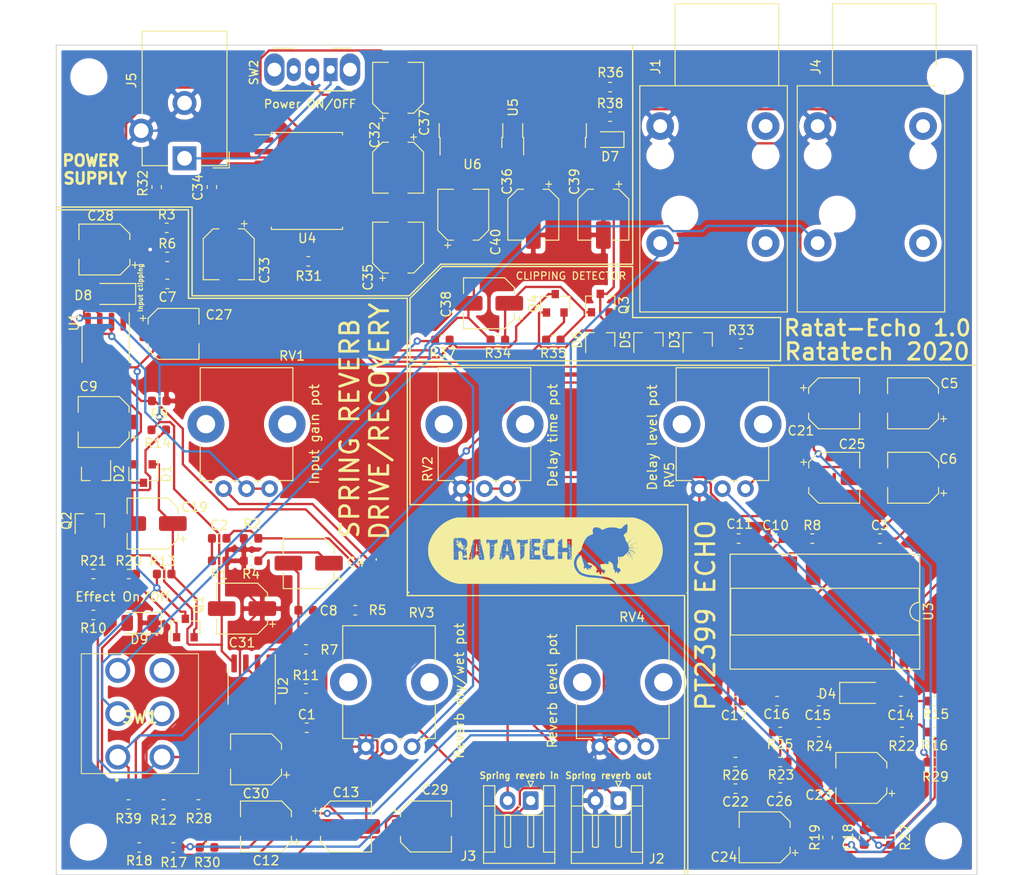
<source format=kicad_pcb>
(kicad_pcb (version 20171130) (host pcbnew "(5.1.4)-1")
  (layers (0 F.Cu signal) (31 B.Cu signal) (34 B.Paste user) (35 F.Paste user) (36 B.SilkS user) (37 F.SilkS user) (38 B.Mask user) (39 F.Mask user) (44 Edge.Cuts user))
  (net 0 "")
  (net 1 reverb_out)
  (net 2 "Net-(C1-Pad1)")
  (net 3 "Net-(C2-Pad1)")
  (net 4 VCC5)
  (net 5 GND)
  (net 6 "Net-(C4-Pad2)")
  (net 7 "Net-(C4-Pad1)")
  (net 8 "Net-(C6-Pad1)")
  (net 9 scaled_input)
  (net 10 "Net-(C7-Pad1)")
  (net 11 "Net-(C8-Pad2)")
  (net 12 reverb_in-)
  (net 13 "Net-(C9-Pad1)")
  (net 14 "Net-(C10-Pad2)")
  (net 15 "Net-(C11-Pad2)")
  (net 16 "Net-(C12-Pad2)")
  (net 17 "Net-(C12-Pad1)")
  (net 18 "Net-(C13-Pad2)")
  (net 19 "Net-(C13-Pad1)")
  (net 20 "Net-(C14-Pad2)")
  (net 21 "Net-(C14-Pad1)")
  (net 22 "Net-(C15-Pad2)")
  (net 23 "Net-(C15-Pad1)")
  (net 24 "Net-(C16-Pad2)")
  (net 25 "Net-(C16-Pad1)")
  (net 26 "Net-(C17-Pad2)")
  (net 27 "Net-(C17-Pad1)")
  (net 28 "Net-(C18-Pad2)")
  (net 29 "Net-(C19-Pad2)")
  (net 30 "Net-(C19-Pad1)")
  (net 31 input)
  (net 32 "Net-(C21-Pad1)")
  (net 33 "Net-(C22-Pad2)")
  (net 34 reverb_input)
  (net 35 "Net-(C23-Pad1)")
  (net 36 "Net-(C24-Pad2)")
  (net 37 "Net-(C25-Pad2)")
  (net 38 "Net-(C26-Pad2)")
  (net 39 VCC)
  (net 40 VDD)
  (net 41 "Net-(C29-Pad2)")
  (net 42 output)
  (net 43 "Net-(C32-Pad1)")
  (net 44 "Net-(C33-Pad2)")
  (net 45 "Net-(C33-Pad1)")
  (net 46 "Net-(C34-Pad2)")
  (net 47 "Net-(C34-Pad1)")
  (net 48 "Net-(C38-Pad1)")
  (net 49 "Net-(D1-Pad1)")
  (net 50 "Net-(D3-Pad1)")
  (net 51 "Net-(D4-Pad2)")
  (net 52 "Net-(D5-Pad1)")
  (net 53 "Net-(D6-Pad1)")
  (net 54 reverb_in+)
  (net 55 "Net-(J4-PadT)")
  (net 56 "Net-(J5-Pad1)")
  (net 57 "Net-(Q1-Pad1)")
  (net 58 "Net-(Q2-Pad3)")
  (net 59 "Net-(Q3-Pad2)")
  (net 60 "Net-(Q4-Pad2)")
  (net 61 "Net-(R29-Pad2)")
  (net 62 "Net-(R3-Pad1)")
  (net 63 "Net-(R5-Pad2)")
  (net 64 "Net-(R8-Pad2)")
  (net 65 "Net-(R8-Pad1)")
  (net 66 "Net-(R17-Pad2)")
  (net 67 "Net-(R17-Pad1)")
  (net 68 "Net-(R28-Pad2)")
  (net 69 "Net-(R31-Pad2)")
  (net 70 "Net-(D8-Pad1)")
  (net 71 "Net-(D9-Pad2)")
  (net 72 "Net-(R39-Pad2)")
  (module MountingHole:MountingHole_3mm (layer F.Cu) (at 101.145 26.9723)
    (fp_text reference topleft)
    (fp_text value MountingHole_3mm)
    (pad 1 np_thru_hole circle (at 0 0) (size 3 3) (drill 3) (layers *.Cu *.Mask))
  )
  (module MountingHole:MountingHole_3mm (layer F.Cu) (at 101.1 109.985)
    (fp_text reference botleft)
    (fp_text value MountingHole_3mm)
    (pad 1 np_thru_hole circle (at 0 0) (size 3 3) (drill 3) (layers *.Cu *.Mask))
  )
  (module MountingHole:MountingHole_3mm (layer F.Cu) (at 194.003 26.9189)
    (fp_text reference topright)
    (fp_text value MountingHole_3mm)
    (pad 1 np_thru_hole circle (at 0 0) (size 3 3) (drill 3) (layers *.Cu *.Mask))
  )
  (module MountingHole:MountingHole_3mm (layer F.Cu) (at 193.815 109.868)
    (fp_text reference botright)
    (fp_text value MountingHole_3mm)
    (pad 1 np_thru_hole circle (at 0 0) (size 3 3) (drill 3) (layers *.Cu *.Mask))
  )
  (module imgs:ratatech_bitmap (layer F.Cu) (at 150.6601 78.34884)
    (fp_text reference G*** hide)
    (fp_text value LOGO hide)
  )
  (module Connector_BarrelJack:BarrelJack_CUI_PJ-102AH_Horizontal (layer F.Cu) (at 111.519 29.4589 180)
    (fp_text reference J5 (at 5.75 2.1 270) (layer F.SilkS))
    (fp_text value Barrel_Jack_Switch)
    (pad 3 thru_hole circle (at 4.7 -3.35 180) (size 2.6 2.6) (drill 1.6) (layers *.Cu *.Mask) (net 5 GND))
    (pad 2 thru_hole circle (at 0 -0.35 180) (size 2.6 2.6) (drill 1.6) (layers *.Cu *.Mask) (net 5 GND))
    (pad 1 thru_hole rect (at 0 -6.35 180) (size 2.6 2.6) (drill 1.6) (layers *.Cu *.Mask) (net 56 "Net-(J5-Pad1)"))
  )
  (module Button_Switch_THT:SW_CuK_OS102011MA1QN1_SPDT_Angled (layer F.Cu) (at 127.996 27.4549 180)
    (fp_text reference SW2 (at 8.95858 0.95504 90) (layer F.SilkS) (effects (font (size 0.9 0.9))))
    (fp_text value SW_SPST)
    (pad "" thru_hole oval (at 6.735 1.27 180) (size 2.2 3.5) (drill 1.5) (layers *.Cu *.Mask))
    (pad "" thru_hole oval (at -1.465 1.27 180) (size 2.2 3.5) (drill 1.5) (layers *.Cu *.Mask))
    (pad 3 thru_hole oval (at 4.635 1.27 180) (size 1.5 2.5) (drill 0.9) (layers *.Cu *.Mask))
    (pad 2 thru_hole oval (at 2.635 1.27 180) (size 1.5 2.5) (drill 0.9) (layers *.Cu *.Mask) (net 43 "Net-(C32-Pad1)"))
    (pad 1 thru_hole rect (at 0.635 1.27 180) (size 1.5 2.5) (drill 0.9) (layers *.Cu *.Mask) (net 56 "Net-(J5-Pad1)"))
  )
  (module M2028B2B1W03:M2028B2B1W03 (layer F.Cu) (at 106.82 95.6793)
    (fp_text reference SW1 (at -0.14 0.78) (layer F.SilkS) (effects (font (size 1.27 1.27) (thickness 0.254))))
    (fp_text value SW_DPDT_x2 hide)
    (pad 6 thru_hole circle (at 2.26 -4.32) (size 2.7 2.7) (drill 1.8) (layers *.Cu *.Mask))
    (pad 5 thru_hole circle (at 2.26 0.38) (size 2.7 2.7) (drill 1.8) (layers *.Cu *.Mask) (net 72 "Net-(R39-Pad2)"))
    (pad 4 thru_hole circle (at 2.26 5.08) (size 2.7 2.7) (drill 1.8) (layers *.Cu *.Mask) (net 39 VCC))
    (pad 3 thru_hole circle (at -2.54 -4.32) (size 2.7 2.7) (drill 1.8) (layers *.Cu *.Mask) (net 31 input))
    (pad 2 thru_hole circle (at -2.54 0.38) (size 2.7 2.7) (drill 1.8) (layers *.Cu *.Mask) (net 55 "Net-(J4-PadT)"))
    (pad 1 thru_hole circle (at -2.54 5.08) (size 2.7 2.7) (drill 1.8) (layers *.Cu *.Mask) (net 42 output))
  )
  (module Resistor_SMD:R_0603_1608Metric (layer F.Cu) (at 105.451 105.903)
    (fp_text reference R39 (at -0.00254 1.54392) (layer F.SilkS))
    (fp_text value 470)
    (pad 2 smd roundrect (at 0.7875 0) (size 0.875 0.95) (layers F.Cu F.Paste F.Mask) (net 72 "Net-(R39-Pad2)"))
    (pad 1 smd roundrect (at -0.7875 0) (size 0.875 0.95) (layers F.Cu F.Paste F.Mask) (net 71 "Net-(D9-Pad2)"))
  )
  (module LED_SMD:LED_1206_3216Metric (layer F.Cu) (at 106.705 86.2076 180)
    (fp_text reference D9 (at 0.09144 -1.78308 180) (layer F.SilkS))
    (fp_text value LED)
    (pad 2 smd roundrect (at 1.4 0 180) (size 1.25 1.75) (layers F.Cu F.Paste F.Mask) (roundrect_rratio 0.2) (net 71 "Net-(D9-Pad2)"))
    (pad 1 smd roundrect (at -1.4 0 180) (size 1.25 1.75) (layers F.Cu F.Paste F.Mask) (roundrect_rratio 0.2) (net 5 GND))
  )
  (module Potentiometer_THT:Potentiometer_Alps_RK09K_Single_Vertical (layer F.Cu) (at 118.204 64.0258)
    (fp_text reference RV1 (at 4.97586 -6.7818 180) (layer F.SilkS))
    (fp_text value 100K)
    (pad "" np_thru_hole circle (at 4.44 0.62 90) (size 4 4) (drill 2) (layers *.Cu *.Mask))
    (pad "" np_thru_hole circle (at -4.36 0.62 90) (size 4 4) (drill 2) (layers *.Cu *.Mask))
    (pad 1 thru_hole circle (at 2.54 7.62 90) (size 1.8 1.8) (drill 1) (layers *.Cu *.Mask) (net 62 "Net-(R3-Pad1)"))
    (pad 2 thru_hole circle (at 0.04 7.62 90) (size 1.8 1.8) (drill 1) (layers *.Cu *.Mask) (net 62 "Net-(R3-Pad1)"))
    (pad 3 thru_hole circle (at -2.46 7.62 90) (size 1.8 1.8) (drill 1) (layers *.Cu *.Mask) (net 34 reverb_input))
  )
  (module Connector_Audio:Jack_6.35mm_Neutrik_NRJ4HF-1_Horizontal (layer F.Cu) (at 180.162 32.3088 90)
    (fp_text reference J4 (at 6.42112 -0.19304 90) (layer F.SilkS))
    (fp_text value AudioJack2)
    (pad TN thru_hole circle (at -12.7 11.43 90) (size 3 3) (drill 1.5) (layers *.Cu *.Mask))
    (pad "" np_thru_hole circle (at -3.2 0 90) (size 2 2) (drill 2) (layers *.Cu *.Mask))
    (pad "" np_thru_hole circle (at -3.2 11.43 90) (size 2 2) (drill 2) (layers *.Cu *.Mask))
    (pad "" np_thru_hole circle (at -9.55 2.13 90) (size 3 3) (drill 3) (layers *.Cu *.Mask))
    (pad G thru_hole circle (at 0 11.43 90) (size 3 3) (drill 1.5) (layers *.Cu *.Mask))
    (pad S thru_hole circle (at 0 0 90) (size 3 3) (drill 1.5) (layers *.Cu *.Mask) (net 5 GND))
    (pad T thru_hole circle (at -12.7 0 90) (size 3 3) (drill 1.5) (layers *.Cu *.Mask) (net 55 "Net-(J4-PadT)"))
  )
  (module Connector_Audio:Jack_6.35mm_Neutrik_NRJ4HF-1_Horizontal (layer F.Cu) (at 163.093 31.6738 90)
    (fp_text reference J1 (at 5.81152 -0.51054 90) (layer F.SilkS))
    (fp_text value AudioJack2)
    (pad TN thru_hole circle (at -13.335 11.43 90) (size 3 3) (drill 1.5) (layers *.Cu *.Mask))
    (pad "" np_thru_hole circle (at -3.835 0 90) (size 2 2) (drill 2) (layers *.Cu *.Mask))
    (pad "" np_thru_hole circle (at -3.835 11.43 90) (size 2 2) (drill 2) (layers *.Cu *.Mask))
    (pad "" np_thru_hole circle (at -10.185 2.13 90) (size 3 3) (drill 3) (layers *.Cu *.Mask))
    (pad G thru_hole circle (at -0.635 11.43 90) (size 3 3) (drill 1.5) (layers *.Cu *.Mask))
    (pad S thru_hole circle (at -0.635 0 90) (size 3 3) (drill 1.5) (layers *.Cu *.Mask) (net 5 GND))
    (pad T thru_hole circle (at -13.335 0 90) (size 3 3) (drill 1.5) (layers *.Cu *.Mask) (net 31 input))
  )
  (module Potentiometer_THT:Potentiometer_Alps_RK09K_Single_Vertical (layer F.Cu) (at 169.799 64.0258)
    (fp_text reference RV5 (at -5.69976 6.14426 90) (layer F.SilkS))
    (fp_text value 50K)
    (pad "" np_thru_hole circle (at 4.44 0.62 90) (size 4 4) (drill 2) (layers *.Cu *.Mask))
    (pad "" np_thru_hole circle (at -4.36 0.62 90) (size 4 4) (drill 2) (layers *.Cu *.Mask))
    (pad 1 thru_hole circle (at 2.54 7.62 90) (size 1.8 1.8) (drill 1) (layers *.Cu *.Mask) (net 37 "Net-(C25-Pad2)"))
    (pad 2 thru_hole circle (at 0.04 7.62 90) (size 1.8 1.8) (drill 1) (layers *.Cu *.Mask) (net 61 "Net-(R29-Pad2)"))
    (pad 3 thru_hole circle (at -2.46 7.62 90) (size 1.8 1.8) (drill 1) (layers *.Cu *.Mask) (net 5 GND))
  )
  (module Potentiometer_THT:Potentiometer_Alps_RK09K_Single_Vertical (layer F.Cu) (at 144.001 64.0258)
    (fp_text reference RV2 (at -6.11251 5.48386 90) (layer F.SilkS))
    (fp_text value 22K)
    (pad "" np_thru_hole circle (at 4.44 0.62 90) (size 4 4) (drill 2) (layers *.Cu *.Mask))
    (pad "" np_thru_hole circle (at -4.36 0.62 90) (size 4 4) (drill 2) (layers *.Cu *.Mask))
    (pad 1 thru_hole circle (at 2.54 7.62 90) (size 1.8 1.8) (drill 1) (layers *.Cu *.Mask) (net 65 "Net-(R8-Pad1)"))
    (pad 2 thru_hole circle (at 0.04 7.62 90) (size 1.8 1.8) (drill 1) (layers *.Cu *.Mask) (net 65 "Net-(R8-Pad1)"))
    (pad 3 thru_hole circle (at -2.46 7.62 90) (size 1.8 1.8) (drill 1) (layers *.Cu *.Mask) (net 5 GND))
  )
  (module Potentiometer_THT:Potentiometer_Alps_RK09K_Single_Vertical (layer F.Cu) (at 133.647 92.014)
    (fp_text reference RV3 (at 3.57124 -6.90118 180) (layer F.SilkS))
    (fp_text value 10K)
    (pad "" np_thru_hole circle (at 4.44 0.62 90) (size 4 4) (drill 2) (layers *.Cu *.Mask))
    (pad "" np_thru_hole circle (at -4.36 0.62 90) (size 4 4) (drill 2) (layers *.Cu *.Mask))
    (pad 1 thru_hole circle (at 2.54 7.62 90) (size 1.8 1.8) (drill 1) (layers *.Cu *.Mask) (net 9 scaled_input))
    (pad 2 thru_hole circle (at 0.04 7.62 90) (size 1.8 1.8) (drill 1) (layers *.Cu *.Mask) (net 18 "Net-(C13-Pad2)"))
    (pad 3 thru_hole circle (at -2.46 7.62 90) (size 1.8 1.8) (drill 1) (layers *.Cu *.Mask) (net 5 GND))
  )
  (module Potentiometer_THT:Potentiometer_Alps_RK09K_Single_Vertical (layer F.Cu) (at 158.991 92.014)
    (fp_text reference RV4 (at 1.04648 -6.42366 180) (layer F.SilkS))
    (fp_text value 10K)
    (pad "" np_thru_hole circle (at 4.44 0.62 90) (size 4 4) (drill 2) (layers *.Cu *.Mask))
    (pad "" np_thru_hole circle (at -4.36 0.62 90) (size 4 4) (drill 2) (layers *.Cu *.Mask))
    (pad 1 thru_hole circle (at 2.54 7.62 90) (size 1.8 1.8) (drill 1) (layers *.Cu *.Mask) (net 17 "Net-(C12-Pad1)"))
    (pad 2 thru_hole circle (at 0.04 7.62 90) (size 1.8 1.8) (drill 1) (layers *.Cu *.Mask) (net 66 "Net-(R17-Pad2)"))
    (pad 3 thru_hole circle (at -2.46 7.62 90) (size 1.8 1.8) (drill 1) (layers *.Cu *.Mask) (net 5 GND))
  )
  (module Package_SO:SOIC-16W_7.5x10.3mm_P1.27mm (layer F.Cu) (at 124.793 38.2626)
    (fp_text reference U4 (at 0.0254 6.223) (layer F.SilkS))
    (fp_text value LT1054xSOIC16)
    (pad 16 smd roundrect (at 4.65 -4.445) (size 2.05 0.6) (layers F.Cu F.Paste F.Mask))
    (pad 15 smd roundrect (at 4.65 -3.175) (size 2.05 0.6) (layers F.Cu F.Paste F.Mask))
    (pad 14 smd roundrect (at 4.65 -1.905) (size 2.05 0.6) (layers F.Cu F.Paste F.Mask) (net 43 "Net-(C32-Pad1)"))
    (pad 13 smd roundrect (at 4.65 -0.635) (size 2.05 0.6) (layers F.Cu F.Paste F.Mask))
    (pad 12 smd roundrect (at 4.65 0.635) (size 2.05 0.6) (layers F.Cu F.Paste F.Mask) (net 69 "Net-(R31-Pad2)"))
    (pad 11 smd roundrect (at 4.65 1.905) (size 2.05 0.6) (layers F.Cu F.Paste F.Mask) (net 47 "Net-(C34-Pad1)"))
    (pad 10 smd roundrect (at 4.65 3.175) (size 2.05 0.6) (layers F.Cu F.Paste F.Mask))
    (pad 9 smd roundrect (at 4.65 4.445) (size 2.05 0.6) (layers F.Cu F.Paste F.Mask))
    (pad 8 smd roundrect (at -4.65 4.445) (size 2.05 0.6) (layers F.Cu F.Paste F.Mask))
    (pad 7 smd roundrect (at -4.65 3.175) (size 2.05 0.6) (layers F.Cu F.Paste F.Mask))
    (pad 6 smd roundrect (at -4.65 1.905) (size 2.05 0.6) (layers F.Cu F.Paste F.Mask) (net 44 "Net-(C33-Pad2)"))
    (pad 5 smd roundrect (at -4.65 0.635) (size 2.05 0.6) (layers F.Cu F.Paste F.Mask) (net 5 GND))
    (pad 4 smd roundrect (at -4.65 -0.635) (size 2.05 0.6) (layers F.Cu F.Paste F.Mask) (net 45 "Net-(C33-Pad1)"))
    (pad 3 smd roundrect (at -4.65 -1.905) (size 2.05 0.6) (layers F.Cu F.Paste F.Mask) (net 46 "Net-(C34-Pad2)"))
    (pad 2 smd roundrect (at -4.65 -3.175) (size 2.05 0.6) (layers F.Cu F.Paste F.Mask))
    (pad 1 smd roundrect (at -4.65 -4.445) (size 2.05 0.6) (layers F.Cu F.Paste F.Mask))
  )
  (module Resistor_SMD:R_0603_1608Metric (layer F.Cu) (at 179.578 77.0585)
    (fp_text reference R8 (at 0 -1.43) (layer F.SilkS))
    (fp_text value 680)
    (pad 2 smd roundrect (at 0.7875 0) (size 0.875 0.95) (layers F.Cu F.Paste F.Mask) (net 64 "Net-(R8-Pad2)"))
    (pad 1 smd roundrect (at -0.7875 0) (size 0.875 0.95) (layers F.Cu F.Paste F.Mask) (net 65 "Net-(R8-Pad1)"))
  )
  (module Resistor_SMD:R_0603_1608Metric (layer F.Cu) (at 157.663 31.2852)
    (fp_text reference R38 (at 0 -1.43) (layer F.SilkS))
    (fp_text value 270)
    (pad 2 smd roundrect (at 0.7875 0) (size 0.875 0.95) (layers F.Cu F.Paste F.Mask) (net 4 VCC5))
    (pad 1 smd roundrect (at -0.7875 0) (size 0.875 0.95) (layers F.Cu F.Paste F.Mask) (net 39 VCC))
  )
  (module LED_SMD:LED_1206_3216Metric (layer F.Cu) (at 103.937 50.5206 180)
    (fp_text reference D8 (at 3.4036 -0.1524) (layer F.SilkS))
    (fp_text value LED)
    (pad 2 smd roundrect (at 1.4 0 180) (size 1.25 1.75) (layers F.Cu F.Paste F.Mask) (roundrect_rratio 0.2) (net 53 "Net-(D6-Pad1)"))
    (pad 1 smd roundrect (at -1.4 0 180) (size 1.25 1.75) (layers F.Cu F.Paste F.Mask) (roundrect_rratio 0.2) (net 70 "Net-(D8-Pad1)"))
  )
  (module Diode_SMD:D_SOD-323 (layer F.Cu) (at 157.663 33.7744 180)
    (fp_text reference D7 (at 0 -1.85) (layer F.SilkS))
    (fp_text value D_Zener_5.6v)
    (pad 2 smd rect (at 1.05 0 180) (size 0.6 0.45) (layers F.Cu F.Paste F.Mask) (net 5 GND))
    (pad 1 smd rect (at -1.05 0 180) (size 0.6 0.45) (layers F.Cu F.Paste F.Mask) (net 4 VCC5))
  )
  (module Capacitor_SMD:CP_Elec_5x5.3 (layer F.Cu) (at 134.676 36.8249 270)
    (fp_text reference C32 (at -3.55854 2.52984 90) (layer F.SilkS))
    (fp_text value 2uF)
    (pad 2 smd roundrect (at 2.2 0 270) (size 3 1.6) (layers F.Cu F.Paste F.Mask) (roundrect_rratio 0.15625) (net 5 GND))
    (pad 1 smd roundrect (at -2.2 0 270) (size 3 1.6) (layers F.Cu F.Paste F.Mask) (roundrect_rratio 0.15625) (net 43 "Net-(C32-Pad1)"))
  )
  (module Package_TO_SOT_SMD:ATPAK-2 (layer F.Cu) (at 142.573 30.292 90)
    (fp_text reference U6 (at -6.17474 0.1651 180) (layer F.SilkS))
    (fp_text value LM7912_TO220)
    (pad 2 smd rect (at 0.05 1.7 90) (size 3.2 3.1) (layers F.Cu F.Paste) (net 47 "Net-(C34-Pad1)"))
    (pad 2 smd rect (at 3.55 -1.7 90) (size 3.2 3.1) (layers F.Cu F.Paste) (net 47 "Net-(C34-Pad1)"))
    (pad 2 smd rect (at 0.05 -1.7 90) (size 3.2 3.1) (layers F.Cu F.Paste) (net 47 "Net-(C34-Pad1)"))
    (pad 2 smd rect (at 3.55 1.7 90) (size 3.2 3.1) (layers F.Cu F.Paste) (net 47 "Net-(C34-Pad1)"))
    (pad 2 smd rect (at 1.8 0 90) (size 6.7 6.5) (layers F.Cu F.Mask) (net 47 "Net-(C34-Pad1)"))
    (pad 3 smd rect (at -4.35 2.3 90) (size 1.6 1.5) (layers F.Cu F.Paste F.Mask) (net 40 VDD))
    (pad 1 smd rect (at -4.35 -2.3 90) (size 1.6 1.5) (layers F.Cu F.Paste F.Mask) (net 5 GND))
  )
  (module Package_TO_SOT_SMD:ATPAK-2 (layer F.Cu) (at 151.635 30.2895 90)
    (fp_text reference U5 (at 0 -4.5 90) (layer F.SilkS))
    (fp_text value LM7812_TO220)
    (pad 2 smd rect (at 0.05 1.7 90) (size 3.2 3.1) (layers F.Cu F.Paste) (net 5 GND))
    (pad 2 smd rect (at 3.55 -1.7 90) (size 3.2 3.1) (layers F.Cu F.Paste) (net 5 GND))
    (pad 2 smd rect (at 0.05 -1.7 90) (size 3.2 3.1) (layers F.Cu F.Paste) (net 5 GND))
    (pad 2 smd rect (at 3.55 1.7 90) (size 3.2 3.1) (layers F.Cu F.Paste) (net 5 GND))
    (pad 2 smd rect (at 1.8 0 90) (size 6.7 6.5) (layers F.Cu F.Mask) (net 5 GND))
    (pad 3 smd rect (at -4.35 2.3 90) (size 1.6 1.5) (layers F.Cu F.Paste F.Mask) (net 39 VCC))
    (pad 1 smd rect (at -4.35 -2.3 90) (size 1.6 1.5) (layers F.Cu F.Paste F.Mask) (net 43 "Net-(C32-Pad1)"))
  )
  (module Package_DIP:DIP-16_W8.89mm_SMDSocket_LongPads (layer F.Cu) (at 180.95 84.9884 270)
    (fp_text reference U3 (at 0 -11.22 90) (layer F.SilkS))
    (fp_text value PT2399)
    (pad 16 smd rect (at 4.445 -8.89 270) (size 3.1 1.6) (layers F.Cu F.Paste F.Mask) (net 20 "Net-(C14-Pad2)"))
    (pad 8 smd rect (at -4.445 8.89 270) (size 3.1 1.6) (layers F.Cu F.Paste F.Mask) (net 15 "Net-(C11-Pad2)"))
    (pad 15 smd rect (at 4.445 -6.35 270) (size 3.1 1.6) (layers F.Cu F.Paste F.Mask) (net 21 "Net-(C14-Pad1)"))
    (pad 7 smd rect (at -4.445 6.35 270) (size 3.1 1.6) (layers F.Cu F.Paste F.Mask) (net 14 "Net-(C10-Pad2)"))
    (pad 14 smd rect (at 4.445 -3.81 270) (size 3.1 1.6) (layers F.Cu F.Paste F.Mask) (net 22 "Net-(C15-Pad2)"))
    (pad 6 smd rect (at -4.445 3.81 270) (size 3.1 1.6) (layers F.Cu F.Paste F.Mask) (net 64 "Net-(R8-Pad2)"))
    (pad 13 smd rect (at 4.445 -1.27 270) (size 3.1 1.6) (layers F.Cu F.Paste F.Mask) (net 23 "Net-(C15-Pad1)"))
    (pad 5 smd rect (at -4.445 1.27 270) (size 3.1 1.6) (layers F.Cu F.Paste F.Mask))
    (pad 12 smd rect (at 4.445 1.27 270) (size 3.1 1.6) (layers F.Cu F.Paste F.Mask) (net 24 "Net-(C16-Pad2)"))
    (pad 4 smd rect (at -4.445 -1.27 270) (size 3.1 1.6) (layers F.Cu F.Paste F.Mask) (net 5 GND))
    (pad 11 smd rect (at 4.445 3.81 270) (size 3.1 1.6) (layers F.Cu F.Paste F.Mask) (net 25 "Net-(C16-Pad1)"))
    (pad 3 smd rect (at -4.445 -3.81 270) (size 3.1 1.6) (layers F.Cu F.Paste F.Mask) (net 5 GND))
    (pad 10 smd rect (at 4.445 6.35 270) (size 3.1 1.6) (layers F.Cu F.Paste F.Mask) (net 26 "Net-(C17-Pad2)"))
    (pad 2 smd rect (at -4.445 -6.35 270) (size 3.1 1.6) (layers F.Cu F.Paste F.Mask) (net 8 "Net-(C6-Pad1)"))
    (pad 9 smd rect (at 4.445 8.89 270) (size 3.1 1.6) (layers F.Cu F.Paste F.Mask) (net 27 "Net-(C17-Pad1)"))
    (pad 1 smd rect (at -4.445 -8.89 270) (size 3.1 1.6) (layers F.Cu F.Paste F.Mask) (net 4 VCC5))
  )
  (module Package_SO:SOIC-8_3.9x4.9mm_P1.27mm (layer F.Cu) (at 118.801 93.0808 270)
    (fp_text reference U2 (at 0 -3.4 90) (layer F.SilkS))
    (fp_text value NE5532)
    (pad 8 smd roundrect (at 2.475 -1.905 270) (size 1.95 0.6) (layers F.Cu F.Paste F.Mask) (net 39 VCC))
    (pad 7 smd roundrect (at 2.475 -0.635 270) (size 1.95 0.6) (layers F.Cu F.Paste F.Mask) (net 68 "Net-(R28-Pad2)"))
    (pad 6 smd roundrect (at 2.475 0.635 270) (size 1.95 0.6) (layers F.Cu F.Paste F.Mask) (net 67 "Net-(R17-Pad1)"))
    (pad 5 smd roundrect (at 2.475 1.905 270) (size 1.95 0.6) (layers F.Cu F.Paste F.Mask) (net 5 GND))
    (pad 4 smd roundrect (at -2.475 1.905 270) (size 1.95 0.6) (layers F.Cu F.Paste F.Mask) (net 40 VDD))
    (pad 3 smd roundrect (at -2.475 0.635 270) (size 1.95 0.6) (layers F.Cu F.Paste F.Mask) (net 63 "Net-(R5-Pad2)"))
    (pad 2 smd roundrect (at -2.475 -0.635 270) (size 1.95 0.6) (layers F.Cu F.Paste F.Mask) (net 6 "Net-(C4-Pad2)"))
    (pad 1 smd roundrect (at -2.475 -1.905 270) (size 1.95 0.6) (layers F.Cu F.Paste F.Mask) (net 11 "Net-(C8-Pad2)"))
  )
  (module Package_SO:SOIC-8_3.9x4.9mm_P1.27mm (layer F.Cu) (at 102.967 56.007 270)
    (fp_text reference U1 (at -2.43586 3.4294 90) (layer F.SilkS))
    (fp_text value NE5532)
    (pad 8 smd roundrect (at 2.475 -1.905 270) (size 1.95 0.6) (layers F.Cu F.Paste F.Mask) (net 39 VCC))
    (pad 7 smd roundrect (at 2.475 -0.635 270) (size 1.95 0.6) (layers F.Cu F.Paste F.Mask) (net 49 "Net-(D1-Pad1)"))
    (pad 6 smd roundrect (at 2.475 0.635 270) (size 1.95 0.6) (layers F.Cu F.Paste F.Mask) (net 13 "Net-(C9-Pad1)"))
    (pad 5 smd roundrect (at 2.475 1.905 270) (size 1.95 0.6) (layers F.Cu F.Paste F.Mask) (net 10 "Net-(C7-Pad1)"))
    (pad 4 smd roundrect (at -2.475 1.905 270) (size 1.95 0.6) (layers F.Cu F.Paste F.Mask) (net 40 VDD))
    (pad 3 smd roundrect (at -2.475 0.635 270) (size 1.95 0.6) (layers F.Cu F.Paste F.Mask) (net 5 GND))
    (pad 2 smd roundrect (at -2.475 -0.635 270) (size 1.95 0.6) (layers F.Cu F.Paste F.Mask) (net 62 "Net-(R3-Pad1)"))
    (pad 1 smd roundrect (at -2.475 -1.905 270) (size 1.95 0.6) (layers F.Cu F.Paste F.Mask) (net 9 scaled_input))
  )
  (module Resistor_SMD:R_0603_1608Metric (layer F.Cu) (at 139.474 55.5142 180)
    (fp_text reference R37 (at -0.03556 -1.41224) (layer F.SilkS))
    (fp_text value 1K)
    (pad 2 smd roundrect (at 0.7875 0 180) (size 0.875 0.95) (layers F.Cu F.Paste F.Mask) (net 40 VDD))
    (pad 1 smd roundrect (at -0.7875 0 180) (size 0.875 0.95) (layers F.Cu F.Paste F.Mask) (net 70 "Net-(D8-Pad1)"))
  )
  (module Resistor_SMD:R_0603_1608Metric (layer F.Cu) (at 157.663 28.0848 180)
    (fp_text reference R36 (at -0.0508 1.5748) (layer F.SilkS))
    (fp_text value 470)
    (pad 2 smd roundrect (at 0.7875 0 180) (size 0.875 0.95) (layers F.Cu F.Paste F.Mask) (net 39 VCC))
    (pad 1 smd roundrect (at -0.7875 0 180) (size 0.875 0.95) (layers F.Cu F.Paste F.Mask) (net 51 "Net-(D4-Pad2)"))
  )
  (module Resistor_SMD:R_0603_1608Metric (layer F.Cu) (at 151.503 55.5142 180)
    (fp_text reference R35 (at 0 -1.43) (layer F.SilkS))
    (fp_text value 10K)
    (pad 2 smd roundrect (at 0.7875 0 180) (size 0.875 0.95) (layers F.Cu F.Paste F.Mask) (net 60 "Net-(Q4-Pad2)"))
    (pad 1 smd roundrect (at -0.7875 0 180) (size 0.875 0.95) (layers F.Cu F.Paste F.Mask) (net 48 "Net-(C38-Pad1)"))
  )
  (module Resistor_SMD:R_0603_1608Metric (layer F.Cu) (at 145.489 55.5142 180)
    (fp_text reference R34 (at 0 -1.43) (layer F.SilkS))
    (fp_text value 100K)
    (pad 2 smd roundrect (at 0.7875 0 180) (size 0.875 0.95) (layers F.Cu F.Paste F.Mask) (net 40 VDD))
    (pad 1 smd roundrect (at -0.7875 0 180) (size 0.875 0.95) (layers F.Cu F.Paste F.Mask) (net 48 "Net-(C38-Pad1)"))
  )
  (module Resistor_SMD:R_0603_1608Metric (layer F.Cu) (at 171.856 55.9054 180)
    (fp_text reference R33 (at -0.0254 1.4478) (layer F.SilkS))
    (fp_text value 10K)
    (pad 2 smd roundrect (at 0.7875 0 180) (size 0.875 0.95) (layers F.Cu F.Paste F.Mask) (net 59 "Net-(Q3-Pad2)"))
    (pad 1 smd roundrect (at -0.7875 0 180) (size 0.875 0.95) (layers F.Cu F.Paste F.Mask) (net 42 output))
  )
  (module Resistor_SMD:R_0603_1608Metric (layer F.Cu) (at 108.499 38.9231 270)
    (fp_text reference R32 (at -0.4064 1.4986 90) (layer F.SilkS))
    (fp_text value 240K)
    (pad 2 smd roundrect (at 0.7875 0 270) (size 0.875 0.95) (layers F.Cu F.Paste F.Mask) (net 47 "Net-(C34-Pad1)"))
    (pad 1 smd roundrect (at -0.7875 0 270) (size 0.875 0.95) (layers F.Cu F.Paste F.Mask) (net 46 "Net-(C34-Pad2)"))
  )
  (module Resistor_SMD:R_0603_1608Metric (layer F.Cu) (at 124.943 46.9824)
    (fp_text reference R31 (at 0.04572 1.6002) (layer F.SilkS))
    (fp_text value 22K)
    (pad 2 smd roundrect (at 0.7875 0) (size 0.875 0.95) (layers F.Cu F.Paste F.Mask) (net 69 "Net-(R31-Pad2)"))
    (pad 1 smd roundrect (at -0.7875 0) (size 0.875 0.95) (layers F.Cu F.Paste F.Mask) (net 46 "Net-(C34-Pad2)"))
  )
  (module Resistor_SMD:R_0603_1608Metric (layer F.Cu) (at 113.962 110.571)
    (fp_text reference R30 (at 0.0253 1.6256) (layer F.SilkS))
    (fp_text value 100)
    (pad 2 smd roundrect (at 0.7875 0) (size 0.875 0.95) (layers F.Cu F.Paste F.Mask) (net 41 "Net-(C29-Pad2)"))
    (pad 1 smd roundrect (at -0.7875 0) (size 0.875 0.95) (layers F.Cu F.Paste F.Mask) (net 68 "Net-(R28-Pad2)"))
  )
  (module Resistor_SMD:R_0603_1608Metric (layer F.Cu) (at 192.86 101.316 180)
    (fp_text reference R29 (at -0.0635 -1.5875) (layer F.SilkS))
    (fp_text value 10K)
    (pad 2 smd roundrect (at 0.7875 0 180) (size 0.875 0.95) (layers F.Cu F.Paste F.Mask) (net 61 "Net-(R29-Pad2)"))
    (pad 1 smd roundrect (at -0.7875 0 180) (size 0.875 0.95) (layers F.Cu F.Paste F.Mask) (net 36 "Net-(C24-Pad2)"))
  )
  (module Resistor_SMD:R_0603_1608Metric (layer F.Cu) (at 113.03 105.903)
    (fp_text reference R28 (at 0.0508 1.524) (layer F.SilkS))
    (fp_text value 10K)
    (pad 2 smd roundrect (at 0.7875 0) (size 0.875 0.95) (layers F.Cu F.Paste F.Mask) (net 68 "Net-(R28-Pad2)"))
    (pad 1 smd roundrect (at -0.7875 0) (size 0.875 0.95) (layers F.Cu F.Paste F.Mask) (net 67 "Net-(R17-Pad1)"))
  )
  (module Resistor_SMD:R_0603_1608Metric (layer F.Cu) (at 188.041 109.487 90)
    (fp_text reference R27 (at 0 1.6256 90) (layer F.SilkS))
    (fp_text value 100K)
    (pad 2 smd roundrect (at 0.7875 0 90) (size 0.875 0.95) (layers F.Cu F.Paste F.Mask) (net 5 GND))
    (pad 1 smd roundrect (at -0.7875 0 90) (size 0.875 0.95) (layers F.Cu F.Paste F.Mask) (net 31 input))
  )
  (module Resistor_SMD:R_0603_1608Metric (layer F.Cu) (at 171.255 101.3 180)
    (fp_text reference R26 (at 0 -1.43) (layer F.SilkS))
    (fp_text value 5.6K)
    (pad 2 smd roundrect (at 0.7875 0 180) (size 0.875 0.95) (layers F.Cu F.Paste F.Mask) (net 33 "Net-(C22-Pad2)"))
    (pad 1 smd roundrect (at -0.7875 0 180) (size 0.875 0.95) (layers F.Cu F.Paste F.Mask) (net 22 "Net-(C15-Pad2)"))
  )
  (module Resistor_SMD:R_0603_1608Metric (layer F.Cu) (at 176.106 98.0411)
    (fp_text reference R25 (at -0.0255 1.337467) (layer F.SilkS))
    (fp_text value 10K)
    (pad 2 smd roundrect (at 0.7875 0) (size 0.875 0.95) (layers F.Cu F.Paste F.Mask) (net 38 "Net-(C26-Pad2)"))
    (pad 1 smd roundrect (at -0.7875 0) (size 0.875 0.95) (layers F.Cu F.Paste F.Mask) (net 24 "Net-(C16-Pad2)"))
  )
  (module Resistor_SMD:R_0603_1608Metric (layer F.Cu) (at 180.305 98.0411 180)
    (fp_text reference R24 (at -0.0508 -1.5494) (layer F.SilkS))
    (fp_text value 10K)
    (pad 2 smd roundrect (at 0.7875 0 180) (size 0.875 0.95) (layers F.Cu F.Paste F.Mask) (net 38 "Net-(C26-Pad2)"))
    (pad 1 smd roundrect (at -0.7875 0 180) (size 0.875 0.95) (layers F.Cu F.Paste F.Mask) (net 23 "Net-(C15-Pad1)"))
  )
  (module Resistor_SMD:R_0603_1608Metric (layer F.Cu) (at 176.106 101.3)
    (fp_text reference R23 (at 0.0761 1.405334) (layer F.SilkS))
    (fp_text value 15K)
    (pad 2 smd roundrect (at 0.7875 0) (size 0.875 0.95) (layers F.Cu F.Paste F.Mask) (net 38 "Net-(C26-Pad2)"))
    (pad 1 smd roundrect (at -0.7875 0) (size 0.875 0.95) (layers F.Cu F.Paste F.Mask) (net 22 "Net-(C15-Pad2)"))
  )
  (module Resistor_SMD:R_0603_1608Metric (layer F.Cu) (at 189.314 98.0411)
    (fp_text reference R22 (at -0.0508 1.524) (layer F.SilkS))
    (fp_text value 4.7K)
    (pad 2 smd roundrect (at 0.7875 0) (size 0.875 0.95) (layers F.Cu F.Paste F.Mask) (net 35 "Net-(C23-Pad1)"))
    (pad 1 smd roundrect (at -0.7875 0) (size 0.875 0.95) (layers F.Cu F.Paste F.Mask) (net 21 "Net-(C14-Pad1)"))
  )
  (module Resistor_SMD:R_0603_1608Metric (layer F.Cu) (at 101.633 80.9041)
    (fp_text reference R21 (at 0 -1.43) (layer F.SilkS))
    (fp_text value 10)
    (pad 2 smd roundrect (at 0.7875 0) (size 0.875 0.95) (layers F.Cu F.Paste F.Mask) (net 54 reverb_in+))
    (pad 1 smd roundrect (at -0.7875 0) (size 0.875 0.95) (layers F.Cu F.Paste F.Mask) (net 58 "Net-(Q2-Pad3)"))
  )
  (module Resistor_SMD:R_0603_1608Metric (layer F.Cu) (at 105.468 80.9041)
    (fp_text reference R20 (at 0 -1.43) (layer F.SilkS))
    (fp_text value 10)
    (pad 2 smd roundrect (at 0.7875 0) (size 0.875 0.95) (layers F.Cu F.Paste F.Mask) (net 57 "Net-(Q1-Pad1)"))
    (pad 1 smd roundrect (at -0.7875 0) (size 0.875 0.95) (layers F.Cu F.Paste F.Mask) (net 54 reverb_in+))
  )
  (module Resistor_SMD:R_0603_1608Metric (layer F.Cu) (at 181.239 109.487 270)
    (fp_text reference R19 (at 0 1.38176 90) (layer F.SilkS))
    (fp_text value 15K)
    (pad 2 smd roundrect (at 0.7875 0 270) (size 0.875 0.95) (layers F.Cu F.Paste F.Mask) (net 32 "Net-(C21-Pad1)"))
    (pad 1 smd roundrect (at -0.7875 0 270) (size 0.875 0.95) (layers F.Cu F.Paste F.Mask) (net 28 "Net-(C18-Pad2)"))
  )
  (module Resistor_SMD:R_0603_1608Metric (layer F.Cu) (at 106.611 110.571 180)
    (fp_text reference R18 (at 0 -1.43) (layer F.SilkS))
    (fp_text value 10K)
    (pad 2 smd roundrect (at 0.7875 0 180) (size 0.875 0.95) (layers F.Cu F.Paste F.Mask) (net 19 "Net-(C13-Pad1)"))
    (pad 1 smd roundrect (at -0.7875 0 180) (size 0.875 0.95) (layers F.Cu F.Paste F.Mask) (net 67 "Net-(R17-Pad1)"))
  )
  (module Resistor_SMD:R_0603_1608Metric (layer F.Cu) (at 110.287 110.571)
    (fp_text reference R17 (at 0.0508 1.6256) (layer F.SilkS))
    (fp_text value 10K)
    (pad 2 smd roundrect (at 0.7875 0) (size 0.875 0.95) (layers F.Cu F.Paste F.Mask) (net 66 "Net-(R17-Pad2)"))
    (pad 1 smd roundrect (at -0.7875 0) (size 0.875 0.95) (layers F.Cu F.Paste F.Mask) (net 67 "Net-(R17-Pad1)"))
  )
  (module Resistor_SMD:R_0603_1608Metric (layer F.Cu) (at 192.86 98.0411)
    (fp_text reference R16 (at 0 1.4732) (layer F.SilkS))
    (fp_text value 10K)
    (pad 2 smd roundrect (at 0.7875 0) (size 0.875 0.95) (layers F.Cu F.Paste F.Mask) (net 28 "Net-(C18-Pad2)"))
    (pad 1 smd roundrect (at -0.7875 0) (size 0.875 0.95) (layers F.Cu F.Paste F.Mask) (net 21 "Net-(C14-Pad1)"))
  )
  (module Resistor_SMD:R_0603_1608Metric (layer F.Cu) (at 192.86 94.6891)
    (fp_text reference R15 (at 0.11684 1.42454) (layer F.SilkS))
    (fp_text value 10K)
    (pad 2 smd roundrect (at 0.7875 0) (size 0.875 0.95) (layers F.Cu F.Paste F.Mask) (net 28 "Net-(C18-Pad2)"))
    (pad 1 smd roundrect (at -0.7875 0) (size 0.875 0.95) (layers F.Cu F.Paste F.Mask) (net 20 "Net-(C14-Pad2)"))
  )
  (module Resistor_SMD:R_0603_1608Metric (layer F.Cu) (at 108.727 65.2653)
    (fp_text reference R14 (at -0.12954 1.4351) (layer F.SilkS))
    (fp_text value 3.9K)
    (pad 2 smd roundrect (at 0.7875 0) (size 0.875 0.95) (layers F.Cu F.Paste F.Mask) (net 29 "Net-(C19-Pad2)"))
    (pad 1 smd roundrect (at -0.7875 0) (size 0.875 0.95) (layers F.Cu F.Paste F.Mask) (net 40 VDD))
  )
  (module Resistor_SMD:R_0603_1608Metric (layer F.Cu) (at 109.311 80.9041 180)
    (fp_text reference R13 (at 0.16764 1.38684) (layer F.SilkS))
    (fp_text value 3.9K)
    (pad 2 smd roundrect (at 0.7875 0 180) (size 0.875 0.95) (layers F.Cu F.Paste F.Mask) (net 39 VCC))
    (pad 1 smd roundrect (at -0.7875 0 180) (size 0.875 0.95) (layers F.Cu F.Paste F.Mask) (net 30 "Net-(C19-Pad1)"))
  )
  (module Resistor_SMD:R_0603_1608Metric (layer F.Cu) (at 109.24 105.903)
    (fp_text reference R12 (at 0 1.6764) (layer F.SilkS))
    (fp_text value 22K)
    (pad 2 smd roundrect (at 0.7875 0) (size 0.875 0.95) (layers F.Cu F.Paste F.Mask) (net 5 GND))
    (pad 1 smd roundrect (at -0.7875 0) (size 0.875 0.95) (layers F.Cu F.Paste F.Mask) (net 17 "Net-(C12-Pad1)"))
  )
  (module Resistor_SMD:R_0603_1608Metric (layer F.Cu) (at 124.676 93.3323)
    (fp_text reference R11 (at 0 -1.43) (layer F.SilkS))
    (fp_text value 560)
    (pad 2 smd roundrect (at 0.7875 0) (size 0.875 0.95) (layers F.Cu F.Paste F.Mask) (net 16 "Net-(C12-Pad2)"))
    (pad 1 smd roundrect (at -0.7875 0) (size 0.875 0.95) (layers F.Cu F.Paste F.Mask) (net 11 "Net-(C8-Pad2)"))
  )
  (module Resistor_SMD:R_0603_1608Metric (layer F.Cu) (at 101.633 85.3465 180)
    (fp_text reference R10 (at 0 -1.43) (layer F.SilkS))
    (fp_text value 3.3K)
    (pad 2 smd roundrect (at 0.7875 0 180) (size 0.875 0.95) (layers F.Cu F.Paste F.Mask) (net 13 "Net-(C9-Pad1)"))
    (pad 1 smd roundrect (at -0.7875 0 180) (size 0.875 0.95) (layers F.Cu F.Paste F.Mask) (net 54 reverb_in+))
  )
  (module Resistor_SMD:R_0603_1608Metric (layer F.Cu) (at 108.77 62.1309 180)
    (fp_text reference R9 (at 0 -1.43) (layer F.SilkS))
    (fp_text value 150)
    (pad 2 smd roundrect (at 0.7875 0 180) (size 0.875 0.95) (layers F.Cu F.Paste F.Mask) (net 12 reverb_in-))
    (pad 1 smd roundrect (at -0.7875 0 180) (size 0.875 0.95) (layers F.Cu F.Paste F.Mask) (net 5 GND))
  )
  (module Resistor_SMD:R_0603_1608Metric (layer F.Cu) (at 124.676 89.0829)
    (fp_text reference R7 (at 2.54 0.0508) (layer F.SilkS))
    (fp_text value 22K)
    (pad 2 smd roundrect (at 0.7875 0) (size 0.875 0.95) (layers F.Cu F.Paste F.Mask) (net 11 "Net-(C8-Pad2)"))
    (pad 1 smd roundrect (at -0.7875 0) (size 0.875 0.95) (layers F.Cu F.Paste F.Mask) (net 6 "Net-(C4-Pad2)"))
  )
  (module Resistor_SMD:R_0603_1608Metric (layer F.Cu) (at 109.642 46.4985)
    (fp_text reference R6 (at 0 -1.43) (layer F.SilkS))
    (fp_text value 22K)
    (pad 2 smd roundrect (at 0.7875 0) (size 0.875 0.95) (layers F.Cu F.Paste F.Mask) (net 10 "Net-(C7-Pad1)"))
    (pad 1 smd roundrect (at -0.7875 0) (size 0.875 0.95) (layers F.Cu F.Paste F.Mask) (net 5 GND))
  )
  (module Resistor_SMD:R_0603_1608Metric (layer F.Cu) (at 130.025 84.8335)
    (fp_text reference R5 (at 2.4259 -0.00762) (layer F.SilkS))
    (fp_text value 560)
    (pad 2 smd roundrect (at 0.7875 0) (size 0.875 0.95) (layers F.Cu F.Paste F.Mask) (net 63 "Net-(R5-Pad2)"))
    (pad 1 smd roundrect (at -0.7875 0) (size 0.875 0.95) (layers F.Cu F.Paste F.Mask) (net 2 "Net-(C1-Pad1)"))
  )
  (module Resistor_SMD:R_0603_1608Metric (layer F.Cu) (at 118.732 79.4737 180)
    (fp_text reference R4 (at 0 -1.43) (layer F.SilkS))
    (fp_text value 220)
    (pad 2 smd roundrect (at 0.7875 0 180) (size 0.875 0.95) (layers F.Cu F.Paste F.Mask) (net 5 GND))
    (pad 1 smd roundrect (at -0.7875 0 180) (size 0.875 0.95) (layers F.Cu F.Paste F.Mask) (net 7 "Net-(C4-Pad1)"))
  )
  (module Resistor_SMD:R_0603_1608Metric (layer F.Cu) (at 109.588 43.3527)
    (fp_text reference R3 (at 0 -1.43) (layer F.SilkS))
    (fp_text value 100K)
    (pad 2 smd roundrect (at 0.7875 0) (size 0.875 0.95) (layers F.Cu F.Paste F.Mask) (net 9 scaled_input))
    (pad 1 smd roundrect (at -0.7875 0) (size 0.875 0.95) (layers F.Cu F.Paste F.Mask) (net 62 "Net-(R3-Pad1)"))
  )
  (module Resistor_SMD:R_0603_1608Metric (layer F.Cu) (at 118.732 77.0357 180)
    (fp_text reference R2 (at -0.1016 1.5748) (layer F.SilkS))
    (fp_text value 220K)
    (pad 2 smd roundrect (at 0.7875 0 180) (size 0.875 0.95) (layers F.Cu F.Paste F.Mask) (net 5 GND))
    (pad 1 smd roundrect (at -0.7875 0 180) (size 0.875 0.95) (layers F.Cu F.Paste F.Mask) (net 2 "Net-(C1-Pad1)"))
  )
  (module Resistor_SMD:R_0603_1608Metric (layer F.Cu) (at 115.278 79.4737)
    (fp_text reference R1 (at 0 1.4732) (layer F.SilkS))
    (fp_text value 4.7K)
    (pad 2 smd roundrect (at 0.7875 0) (size 0.875 0.95) (layers F.Cu F.Paste F.Mask) (net 5 GND))
    (pad 1 smd roundrect (at -0.7875 0) (size 0.875 0.95) (layers F.Cu F.Paste F.Mask) (net 3 "Net-(C2-Pad1)"))
  )
  (module Package_TO_SOT_SMD:SOT-23 (layer F.Cu) (at 151.714 51.5366 90)
    (fp_text reference Q4 (at -0.03302 -2.35966 90) (layer F.SilkS))
    (fp_text value 2N3906)
    (pad 3 smd rect (at 1 0 90) (size 0.9 0.8) (layers F.Cu F.Paste F.Mask) (net 70 "Net-(D8-Pad1)"))
    (pad 2 smd rect (at -1 0.95 90) (size 0.9 0.8) (layers F.Cu F.Paste F.Mask) (net 60 "Net-(Q4-Pad2)"))
    (pad 1 smd rect (at -1 -0.95 90) (size 0.9 0.8) (layers F.Cu F.Paste F.Mask) (net 53 "Net-(D6-Pad1)"))
  )
  (module Package_TO_SOT_SMD:SOT-23 (layer F.Cu) (at 156.591 51.5112 90)
    (fp_text reference Q3 (at -0.2286 2.5654 90) (layer F.SilkS))
    (fp_text value 2N3904)
    (pad 3 smd rect (at 1 0 90) (size 0.9 0.8) (layers F.Cu F.Paste F.Mask) (net 39 VCC))
    (pad 2 smd rect (at -1 0.95 90) (size 0.9 0.8) (layers F.Cu F.Paste F.Mask) (net 59 "Net-(Q3-Pad2)"))
    (pad 1 smd rect (at -1 -0.95 90) (size 0.9 0.8) (layers F.Cu F.Paste F.Mask) (net 48 "Net-(C38-Pad1)"))
  )
  (module Package_TO_SOT_SMD:SOT-23 (layer F.Cu) (at 101.244 75.1258 90)
    (fp_text reference Q2 (at 0 -2.5 90) (layer F.SilkS))
    (fp_text value 2N3906)
    (pad 3 smd rect (at 1 0 90) (size 0.9 0.8) (layers F.Cu F.Paste F.Mask) (net 58 "Net-(Q2-Pad3)"))
    (pad 2 smd rect (at -1 0.95 90) (size 0.9 0.8) (layers F.Cu F.Paste F.Mask) (net 29 "Net-(C19-Pad2)"))
    (pad 1 smd rect (at -1 -0.95 90) (size 0.9 0.8) (layers F.Cu F.Paste F.Mask) (net 40 VDD))
  )
  (module Package_TO_SOT_SMD:SOT-23 (layer F.Cu) (at 111.608 86.7664 90)
    (fp_text reference Q1 (at 2.54 1.4224 90) (layer F.SilkS))
    (fp_text value 2N3904)
    (pad 3 smd rect (at 1 0 90) (size 0.9 0.8) (layers F.Cu F.Paste F.Mask) (net 39 VCC))
    (pad 2 smd rect (at -1 0.95 90) (size 0.9 0.8) (layers F.Cu F.Paste F.Mask) (net 30 "Net-(C19-Pad1)"))
    (pad 1 smd rect (at -1 -0.95 90) (size 0.9 0.8) (layers F.Cu F.Paste F.Mask) (net 57 "Net-(Q1-Pad1)"))
  )
  (module Connector_JST:JST_EH_S2B-EH_1x02_P2.50mm_Horizontal (layer F.Cu) (at 149.052 105.484 180)
    (fp_text reference J3 (at 6.7564 -6.02234) (layer F.SilkS))
    (fp_text value Conn_01x02)
    (pad 2 thru_hole oval (at 2.5 0 180) (size 1.7 2) (drill 1) (layers *.Cu *.Mask) (net 12 reverb_in-))
    (pad 1 thru_hole roundrect (at 0 0 180) (size 1.7 2) (drill 1) (layers *.Cu *.Mask) (roundrect_rratio 0.147059) (net 54 reverb_in+))
  )
  (module Connector_JST:JST_EH_S2B-EH_1x02_P2.50mm_Horizontal (layer F.Cu) (at 158.57 105.484 180)
    (fp_text reference J2 (at -4.13512 -6.31444) (layer F.SilkS))
    (fp_text value Conn_01x02)
    (pad 2 thru_hole oval (at 2.5 0 180) (size 1.7 2) (drill 1) (layers *.Cu *.Mask) (net 5 GND))
    (pad 1 thru_hole roundrect (at 0 0 180) (size 1.7 2) (drill 1) (layers *.Cu *.Mask) (roundrect_rratio 0.147059) (net 1 reverb_out))
  )
  (module Diode_SMD:D_SOT-23_ANK (layer F.Cu) (at 156.591 55.4863 90)
    (fp_text reference D6 (at 0 -2.5 90) (layer F.SilkS))
    (fp_text value D)
    (pad 1 smd rect (at 1 0 90) (size 0.9 0.8) (layers F.Cu F.Paste F.Mask) (net 53 "Net-(D6-Pad1)"))
    (pad "" smd rect (at -1 0.95 90) (size 0.9 0.8) (layers F.Cu F.Paste F.Mask))
    (pad 2 smd rect (at -1 -0.95 90) (size 0.9 0.8) (layers F.Cu F.Paste F.Mask) (net 52 "Net-(D5-Pad1)"))
  )
  (module Diode_SMD:D_SOT-23_ANK (layer F.Cu) (at 161.821 55.4863 90)
    (fp_text reference D5 (at 0 -2.5 90) (layer F.SilkS))
    (fp_text value D)
    (pad 1 smd rect (at 1 0 90) (size 0.9 0.8) (layers F.Cu F.Paste F.Mask) (net 52 "Net-(D5-Pad1)"))
    (pad "" smd rect (at -1 0.95 90) (size 0.9 0.8) (layers F.Cu F.Paste F.Mask))
    (pad 2 smd rect (at -1 -0.95 90) (size 0.9 0.8) (layers F.Cu F.Paste F.Mask) (net 50 "Net-(D3-Pad1)"))
  )
  (module LED_SMD:LED_1206_3216Metric (layer F.Cu) (at 184.836 93.8022)
    (fp_text reference D4 (at -3.62966 0.1016) (layer F.SilkS))
    (fp_text value LED)
    (pad 2 smd roundrect (at 1.4 0) (size 1.25 1.75) (layers F.Cu F.Paste F.Mask) (roundrect_rratio 0.2) (net 51 "Net-(D4-Pad2)"))
    (pad 1 smd roundrect (at -1.4 0) (size 1.25 1.75) (layers F.Cu F.Paste F.Mask) (roundrect_rratio 0.2) (net 5 GND))
  )
  (module Diode_SMD:D_SOT-23_ANK (layer F.Cu) (at 167.164 55.4863 90)
    (fp_text reference D3 (at 0 -2.5 90) (layer F.SilkS))
    (fp_text value D)
    (pad 1 smd rect (at 1 0 90) (size 0.9 0.8) (layers F.Cu F.Paste F.Mask) (net 50 "Net-(D3-Pad1)"))
    (pad "" smd rect (at -1 0.95 90) (size 0.9 0.8) (layers F.Cu F.Paste F.Mask))
    (pad 2 smd rect (at -1 -0.95 90) (size 0.9 0.8) (layers F.Cu F.Paste F.Mask) (net 39 VCC))
  )
  (module Diode_SMD:D_SOT-23_ANK (layer F.Cu) (at 101.925 70.0075 270)
    (fp_text reference D2 (at 0 -2.5 90) (layer F.SilkS))
    (fp_text value D)
    (pad 1 smd rect (at 1 0 270) (size 0.9 0.8) (layers F.Cu F.Paste F.Mask) (net 29 "Net-(C19-Pad2)"))
    (pad "" smd rect (at -1 0.95 270) (size 0.9 0.8) (layers F.Cu F.Paste F.Mask))
    (pad 2 smd rect (at -1 -0.95 270) (size 0.9 0.8) (layers F.Cu F.Paste F.Mask) (net 49 "Net-(D1-Pad1)"))
  )
  (module Diode_SMD:D_SOT-23_ANK (layer F.Cu) (at 107.064 70.0075 270)
    (fp_text reference D1 (at 0 -2.5 90) (layer F.SilkS))
    (fp_text value D)
    (pad 1 smd rect (at 1 0 270) (size 0.9 0.8) (layers F.Cu F.Paste F.Mask) (net 49 "Net-(D1-Pad1)"))
    (pad "" smd rect (at -1 0.95 270) (size 0.9 0.8) (layers F.Cu F.Paste F.Mask))
    (pad 2 smd rect (at -1 -0.95 270) (size 0.9 0.8) (layers F.Cu F.Paste F.Mask) (net 30 "Net-(C19-Pad1)"))
  )
  (module Capacitor_SMD:CP_Elec_5x5.3 (layer F.Cu) (at 141.74 41.9252 90)
    (fp_text reference C40 (at -2.96164 3.51262 90) (layer F.SilkS))
    (fp_text value 1uF)
    (pad 2 smd roundrect (at 2.2 0 90) (size 3 1.6) (layers F.Cu F.Paste F.Mask) (roundrect_rratio 0.15625) (net 40 VDD))
    (pad 1 smd roundrect (at -2.2 0 90) (size 3 1.6) (layers F.Cu F.Paste F.Mask) (roundrect_rratio 0.15625) (net 5 GND))
  )
  (module Capacitor_SMD:CP_Elec_5x5.3 (layer F.Cu) (at 156.929 41.9252 270)
    (fp_text reference C39 (at -3.58648 3.13436 90) (layer F.SilkS))
    (fp_text value 1uF)
    (pad 2 smd roundrect (at 2.2 0 270) (size 3 1.6) (layers F.Cu F.Paste F.Mask) (roundrect_rratio 0.15625) (net 5 GND))
    (pad 1 smd roundrect (at -2.2 0 270) (size 3 1.6) (layers F.Cu F.Paste F.Mask) (roundrect_rratio 0.15625) (net 39 VCC))
  )
  (module Capacitor_SMD:CP_Elec_5x5.3 (layer F.Cu) (at 144.529 51.5341 180)
    (fp_text reference C38 (at 4.6482 -0.11176 90) (layer F.SilkS))
    (fp_text value 10uF)
    (pad 2 smd roundrect (at 2.2 0 180) (size 3 1.6) (layers F.Cu F.Paste F.Mask) (roundrect_rratio 0.15625) (net 40 VDD))
    (pad 1 smd roundrect (at -2.2 0 180) (size 3 1.6) (layers F.Cu F.Paste F.Mask) (roundrect_rratio 0.15625) (net 48 "Net-(C38-Pad1)"))
  )
  (module Capacitor_SMD:CP_Elec_5x5.3 (layer F.Cu) (at 134.676 28.1559 90)
    (fp_text reference C37 (at -3.76936 2.8448 90) (layer F.SilkS))
    (fp_text value 2uF)
    (pad 2 smd roundrect (at 2.2 0 90) (size 3 1.6) (layers F.Cu F.Paste F.Mask) (roundrect_rratio 0.15625) (net 47 "Net-(C34-Pad1)"))
    (pad 1 smd roundrect (at -2.2 0 90) (size 3 1.6) (layers F.Cu F.Paste F.Mask) (roundrect_rratio 0.15625) (net 5 GND))
  )
  (module Capacitor_SMD:CP_Elec_5x5.3 (layer F.Cu) (at 149.334 41.9252 270)
    (fp_text reference C36 (at -3.60934 2.84948 90) (layer F.SilkS))
    (fp_text value 2uF)
    (pad 2 smd roundrect (at 2.2 0 270) (size 3 1.6) (layers F.Cu F.Paste F.Mask) (roundrect_rratio 0.15625) (net 5 GND))
    (pad 1 smd roundrect (at -2.2 0 270) (size 3 1.6) (layers F.Cu F.Paste F.Mask) (roundrect_rratio 0.15625) (net 43 "Net-(C32-Pad1)"))
  )
  (module Capacitor_SMD:CP_Elec_5x5.3 (layer F.Cu) (at 134.676 45.4939 90)
    (fp_text reference C35 (at -3.22326 -3.2639 90) (layer F.SilkS))
    (fp_text value 100uF)
    (pad 2 smd roundrect (at 2.2 0 90) (size 3 1.6) (layers F.Cu F.Paste F.Mask) (roundrect_rratio 0.15625) (net 47 "Net-(C34-Pad1)"))
    (pad 1 smd roundrect (at -2.2 0 90) (size 3 1.6) (layers F.Cu F.Paste F.Mask) (roundrect_rratio 0.15625) (net 5 GND))
  )
  (module Capacitor_SMD:C_0603_1608Metric (layer F.Cu) (at 114.483 38.9231 90)
    (fp_text reference C34 (at -0.0508 -1.524 90) (layer F.SilkS))
    (fp_text value 0.002uF)
    (pad 2 smd roundrect (at 0.7875 0 90) (size 0.875 0.95) (layers F.Cu F.Paste F.Mask) (net 46 "Net-(C34-Pad2)"))
    (pad 1 smd roundrect (at -0.7875 0 90) (size 0.875 0.95) (layers F.Cu F.Paste F.Mask) (net 47 "Net-(C34-Pad1)"))
  )
  (module Capacitor_SMD:CP_Elec_5x5.3 (layer F.Cu) (at 116.309 46.2204 270)
    (fp_text reference C33 (at 1.7399 -3.8862 90) (layer F.SilkS))
    (fp_text value 10uF)
    (pad 2 smd roundrect (at 2.2 0 270) (size 3 1.6) (layers F.Cu F.Paste F.Mask) (roundrect_rratio 0.15625) (net 44 "Net-(C33-Pad2)"))
    (pad 1 smd roundrect (at -2.2 0 270) (size 3 1.6) (layers F.Cu F.Paste F.Mask) (roundrect_rratio 0.15625) (net 45 "Net-(C33-Pad1)"))
  )
  (module Capacitor_SMD:CP_Elec_5x5.3 (layer F.Cu) (at 117.754 84.6582 180)
    (fp_text reference C31 (at 0 -3.7) (layer F.SilkS))
    (fp_text value 100uF)
    (pad 2 smd roundrect (at 2.2 0 180) (size 3 1.6) (layers F.Cu F.Paste F.Mask) (roundrect_rratio 0.15625) (net 40 VDD))
    (pad 1 smd roundrect (at -2.2 0 180) (size 3 1.6) (layers F.Cu F.Paste F.Mask) (roundrect_rratio 0.15625) (net 5 GND))
  )
  (module Capacitor_SMD:CP_Elec_5x5.3 (layer F.Cu) (at 119.271 101.013 180)
    (fp_text reference C30 (at 0 -3.7) (layer F.SilkS))
    (fp_text value 100uF)
    (pad 2 smd roundrect (at 2.2 0 180) (size 3 1.6) (layers F.Cu F.Paste F.Mask) (roundrect_rratio 0.15625) (net 5 GND))
    (pad 1 smd roundrect (at -2.2 0 180) (size 3 1.6) (layers F.Cu F.Paste F.Mask) (roundrect_rratio 0.15625) (net 39 VCC))
  )
  (module Capacitor_SMD:CP_Elec_5x5.3 (layer F.Cu) (at 137.696 108.293)
    (fp_text reference C29 (at 0.99822 -3.97002) (layer F.SilkS))
    (fp_text value 10uF)
    (pad 2 smd roundrect (at 2.2 0) (size 3 1.6) (layers F.Cu F.Paste F.Mask) (roundrect_rratio 0.15625) (net 41 "Net-(C29-Pad2)"))
    (pad 1 smd roundrect (at -2.2 0) (size 3 1.6) (layers F.Cu F.Paste F.Mask) (roundrect_rratio 0.15625) (net 42 output))
  )
  (module Capacitor_SMD:CP_Elec_5x5.3 (layer F.Cu) (at 102.834 45.7022 180)
    (fp_text reference C28 (at 0.4191 3.66014) (layer F.SilkS))
    (fp_text value 100uF)
    (pad 2 smd roundrect (at 2.2 0 180) (size 3 1.6) (layers F.Cu F.Paste F.Mask) (roundrect_rratio 0.15625) (net 40 VDD))
    (pad 1 smd roundrect (at -2.2 0 180) (size 3 1.6) (layers F.Cu F.Paste F.Mask) (roundrect_rratio 0.15625) (net 5 GND))
  )
  (module Capacitor_SMD:CP_Elec_5x5.3 (layer F.Cu) (at 110.33 54.8513)
    (fp_text reference C27 (at 4.92252 -2.06502) (layer F.SilkS))
    (fp_text value 100uF)
    (pad 2 smd roundrect (at 2.2 0) (size 3 1.6) (layers F.Cu F.Paste F.Mask) (roundrect_rratio 0.15625) (net 5 GND))
    (pad 1 smd roundrect (at -2.2 0) (size 3 1.6) (layers F.Cu F.Paste F.Mask) (roundrect_rratio 0.15625) (net 39 VCC))
  )
  (module Capacitor_SMD:C_0603_1608Metric (layer F.Cu) (at 176.106 104.087)
    (fp_text reference C26 (at -0.1017 1.4732) (layer F.SilkS))
    (fp_text value 3.9nF)
    (pad 2 smd roundrect (at 0.7875 0) (size 0.875 0.95) (layers F.Cu F.Paste F.Mask) (net 38 "Net-(C26-Pad2)"))
    (pad 1 smd roundrect (at -0.7875 0) (size 0.875 0.95) (layers F.Cu F.Paste F.Mask) (net 5 GND))
  )
  (module Capacitor_SMD:CP_Elec_5x5.3 (layer F.Cu) (at 181.961 70.4571)
    (fp_text reference C25 (at 1.93548 -3.63982) (layer F.SilkS))
    (fp_text value 10uF)
    (pad 2 smd roundrect (at 2.2 0) (size 3 1.6) (layers F.Cu F.Paste F.Mask) (roundrect_rratio 0.15625) (net 37 "Net-(C25-Pad2)"))
    (pad 1 smd roundrect (at -2.2 0) (size 3 1.6) (layers F.Cu F.Paste F.Mask) (roundrect_rratio 0.15625) (net 33 "Net-(C22-Pad2)"))
  )
  (module Capacitor_SMD:CP_Elec_5x5.3 (layer F.Cu) (at 174.417 109.466 180)
    (fp_text reference C24 (at 4.41452 -2.15138) (layer F.SilkS))
    (fp_text value 4.7uF)
    (pad 2 smd roundrect (at 2.2 0 180) (size 3 1.6) (layers F.Cu F.Paste F.Mask) (roundrect_rratio 0.15625) (net 36 "Net-(C24-Pad2)"))
    (pad 1 smd roundrect (at -2.2 0 180) (size 3 1.6) (layers F.Cu F.Paste F.Mask) (roundrect_rratio 0.15625) (net 28 "Net-(C18-Pad2)"))
  )
  (module Capacitor_SMD:CP_Elec_5x5.3 (layer F.Cu) (at 184.899 103.025 180)
    (fp_text reference C23 (at 4.6226 -1.8544) (layer F.SilkS))
    (fp_text value 10uF)
    (pad 2 smd roundrect (at 2.2 0 180) (size 3 1.6) (layers F.Cu F.Paste F.Mask) (roundrect_rratio 0.15625) (net 34 reverb_input))
    (pad 1 smd roundrect (at -2.2 0 180) (size 3 1.6) (layers F.Cu F.Paste F.Mask) (roundrect_rratio 0.15625) (net 35 "Net-(C23-Pad1)"))
  )
  (module Capacitor_SMD:C_0603_1608Metric (layer F.Cu) (at 171.255 104.188 180)
    (fp_text reference C22 (at 0 -1.43) (layer F.SilkS))
    (fp_text value 0.01uF)
    (pad 2 smd roundrect (at 0.7875 0 180) (size 0.875 0.95) (layers F.Cu F.Paste F.Mask) (net 33 "Net-(C22-Pad2)"))
    (pad 1 smd roundrect (at -0.7875 0 180) (size 0.875 0.95) (layers F.Cu F.Paste F.Mask) (net 5 GND))
  )
  (module Capacitor_SMD:CP_Elec_5x5.3 (layer F.Cu) (at 181.948 62.3926)
    (fp_text reference C21 (at -3.59918 2.96672 180) (layer F.SilkS))
    (fp_text value 4.7uF)
    (pad 2 smd roundrect (at 2.2 0) (size 3 1.6) (layers F.Cu F.Paste F.Mask) (roundrect_rratio 0.15625) (net 31 input))
    (pad 1 smd roundrect (at -2.2 0) (size 3 1.6) (layers F.Cu F.Paste F.Mask) (roundrect_rratio 0.15625) (net 32 "Net-(C21-Pad1)"))
  )
  (module Capacitor_SMD:CP_Elec_5x5.3 (layer F.Cu) (at 108.052 75.4308 180)
    (fp_text reference C19 (at -4.55128 1.78348) (layer F.SilkS))
    (fp_text value 10uF)
    (pad 2 smd roundrect (at 2.2 0 180) (size 3 1.6) (layers F.Cu F.Paste F.Mask) (roundrect_rratio 0.15625) (net 29 "Net-(C19-Pad2)"))
    (pad 1 smd roundrect (at -2.2 0 180) (size 3 1.6) (layers F.Cu F.Paste F.Mask) (roundrect_rratio 0.15625) (net 30 "Net-(C19-Pad1)"))
  )
  (module Capacitor_SMD:C_0603_1608Metric (layer F.Cu) (at 185.204 109.487 270)
    (fp_text reference C18 (at -0.0508 1.7272 90) (layer F.SilkS))
    (fp_text value 3.9nF)
    (pad 2 smd roundrect (at 0.7875 0 270) (size 0.875 0.95) (layers F.Cu F.Paste F.Mask) (net 28 "Net-(C18-Pad2)"))
    (pad 1 smd roundrect (at -0.7875 0 270) (size 0.875 0.95) (layers F.Cu F.Paste F.Mask) (net 5 GND))
  )
  (module Capacitor_SMD:C_0603_1608Metric (layer F.Cu) (at 171.255 94.6891)
    (fp_text reference C17 (at -0.1524 1.5493) (layer F.SilkS))
    (fp_text value 0.1uF)
    (pad 2 smd roundrect (at 0.7875 0) (size 0.875 0.95) (layers F.Cu F.Paste F.Mask) (net 26 "Net-(C17-Pad2)"))
    (pad 1 smd roundrect (at -0.7875 0) (size 0.875 0.95) (layers F.Cu F.Paste F.Mask) (net 27 "Net-(C17-Pad1)"))
  )
  (module Capacitor_SMD:C_0603_1608Metric (layer F.Cu) (at 175.767 94.6891)
    (fp_text reference C16 (at -0.0508 1.422) (layer F.SilkS))
    (fp_text value 0.1uF)
    (pad 2 smd roundrect (at 0.7875 0) (size 0.875 0.95) (layers F.Cu F.Paste F.Mask) (net 24 "Net-(C16-Pad2)"))
    (pad 1 smd roundrect (at -0.7875 0) (size 0.875 0.95) (layers F.Cu F.Paste F.Mask) (net 25 "Net-(C16-Pad1)"))
  )
  (module Capacitor_SMD:C_0603_1608Metric (layer F.Cu) (at 180.279 94.6891)
    (fp_text reference C15 (at -0.1016 1.524) (layer F.SilkS))
    (fp_text value 560pF)
    (pad 2 smd roundrect (at 0.7875 0) (size 0.875 0.95) (layers F.Cu F.Paste F.Mask) (net 22 "Net-(C15-Pad2)"))
    (pad 1 smd roundrect (at -0.7875 0) (size 0.875 0.95) (layers F.Cu F.Paste F.Mask) (net 23 "Net-(C15-Pad1)"))
  )
  (module Capacitor_SMD:C_0603_1608Metric (layer F.Cu) (at 189.212 94.6891)
    (fp_text reference C14 (at -0.0508 1.524) (layer F.SilkS))
    (fp_text value 560pF)
    (pad 2 smd roundrect (at 0.7875 0) (size 0.875 0.95) (layers F.Cu F.Paste F.Mask) (net 20 "Net-(C14-Pad2)"))
    (pad 1 smd roundrect (at -0.7875 0) (size 0.875 0.95) (layers F.Cu F.Paste F.Mask) (net 21 "Net-(C14-Pad1)"))
  )
  (module Capacitor_SMD:CP_Elec_5x5.3 (layer F.Cu) (at 129.022 108.293)
    (fp_text reference C13 (at 0 -3.7) (layer F.SilkS))
    (fp_text value 10uF)
    (pad 2 smd roundrect (at 2.2 0) (size 3 1.6) (layers F.Cu F.Paste F.Mask) (roundrect_rratio 0.15625) (net 18 "Net-(C13-Pad2)"))
    (pad 1 smd roundrect (at -2.2 0) (size 3 1.6) (layers F.Cu F.Paste F.Mask) (roundrect_rratio 0.15625) (net 19 "Net-(C13-Pad1)"))
  )
  (module Capacitor_SMD:CP_Elec_5x5.3 (layer F.Cu) (at 120.348 108.293 180)
    (fp_text reference C12 (at 0 -3.7) (layer F.SilkS))
    (fp_text value 10uF)
    (pad 2 smd roundrect (at 2.2 0 180) (size 3 1.6) (layers F.Cu F.Paste F.Mask) (roundrect_rratio 0.15625) (net 16 "Net-(C12-Pad2)"))
    (pad 1 smd roundrect (at -2.2 0 180) (size 3 1.6) (layers F.Cu F.Paste F.Mask) (roundrect_rratio 0.15625) (net 17 "Net-(C12-Pad1)"))
  )
  (module Capacitor_SMD:C_0603_1608Metric (layer F.Cu) (at 171.602 77.0585 180)
    (fp_text reference C11 (at -0.1016 1.5748) (layer F.SilkS))
    (fp_text value 0.1uF)
    (pad 2 smd roundrect (at 0.7875 0 180) (size 0.875 0.95) (layers F.Cu F.Paste F.Mask) (net 15 "Net-(C11-Pad2)"))
    (pad 1 smd roundrect (at -0.7875 0 180) (size 0.875 0.95) (layers F.Cu F.Paste F.Mask) (net 5 GND))
  )
  (module Capacitor_SMD:C_0603_1608Metric (layer F.Cu) (at 175.603 77.0585)
    (fp_text reference C10 (at 0 -1.43) (layer F.SilkS))
    (fp_text value 0.1uF)
    (pad 2 smd roundrect (at 0.7875 0) (size 0.875 0.95) (layers F.Cu F.Paste F.Mask) (net 14 "Net-(C10-Pad2)"))
    (pad 1 smd roundrect (at -0.7875 0) (size 0.875 0.95) (layers F.Cu F.Paste F.Mask) (net 5 GND))
  )
  (module Capacitor_SMD:CP_Elec_5x5.3 (layer F.Cu) (at 102.748 64.4169 180)
    (fp_text reference C9 (at 1.626 3.8608) (layer F.SilkS))
    (fp_text value 10uF)
    (pad 2 smd roundrect (at 2.2 0 180) (size 3 1.6) (layers F.Cu F.Paste F.Mask) (roundrect_rratio 0.15625) (net 12 reverb_in-))
    (pad 1 smd roundrect (at -2.2 0 180) (size 3 1.6) (layers F.Cu F.Paste F.Mask) (roundrect_rratio 0.15625) (net 13 "Net-(C9-Pad1)"))
  )
  (module Capacitor_SMD:C_0603_1608Metric (layer F.Cu) (at 124.65 84.8335)
    (fp_text reference C8 (at 2.4892 0.0508) (layer F.SilkS))
    (fp_text value 470pF)
    (pad 2 smd roundrect (at 0.7875 0) (size 0.875 0.95) (layers F.Cu F.Paste F.Mask) (net 11 "Net-(C8-Pad2)"))
    (pad 1 smd roundrect (at -0.7875 0) (size 0.875 0.95) (layers F.Cu F.Paste F.Mask) (net 6 "Net-(C4-Pad2)"))
  )
  (module Capacitor_SMD:C_0603_1608Metric (layer F.Cu) (at 109.664 49.4309 180)
    (fp_text reference C7 (at 0 -1.43) (layer F.SilkS))
    (fp_text value 100n)
    (pad 2 smd roundrect (at 0.7875 0 180) (size 0.875 0.95) (layers F.Cu F.Paste F.Mask) (net 9 scaled_input))
    (pad 1 smd roundrect (at -0.7875 0 180) (size 0.875 0.95) (layers F.Cu F.Paste F.Mask) (net 10 "Net-(C7-Pad1)"))
  )
  (module Capacitor_SMD:CP_Elec_5x5.3 (layer F.Cu) (at 190.515 70.4571 180)
    (fp_text reference C6 (at -3.81 2.032) (layer F.SilkS))
    (fp_text value 47uF)
    (pad 2 smd roundrect (at 2.2 0 180) (size 3 1.6) (layers F.Cu F.Paste F.Mask) (roundrect_rratio 0.15625) (net 5 GND))
    (pad 1 smd roundrect (at -2.2 0 180) (size 3 1.6) (layers F.Cu F.Paste F.Mask) (roundrect_rratio 0.15625) (net 8 "Net-(C6-Pad1)"))
  )
  (module Capacitor_SMD:CP_Elec_5x5.3 (layer F.Cu) (at 190.503 62.3926 180)
    (fp_text reference C5 (at -3.937 2.159) (layer F.SilkS))
    (fp_text value 100uF)
    (pad 2 smd roundrect (at 2.2 0 180) (size 3 1.6) (layers F.Cu F.Paste F.Mask) (roundrect_rratio 0.15625) (net 5 GND))
    (pad 1 smd roundrect (at -2.2 0 180) (size 3 1.6) (layers F.Cu F.Paste F.Mask) (roundrect_rratio 0.15625) (net 4 VCC5))
  )
  (module Capacitor_SMD:CP_Elec_5x5.3 (layer F.Cu) (at 124.981 79.7277 180)
    (fp_text reference C4 (at -5.08488 0.11136) (layer F.SilkS))
    (fp_text value 10uF)
    (pad 2 smd roundrect (at 2.2 0 180) (size 3 1.6) (layers F.Cu F.Paste F.Mask) (roundrect_rratio 0.15625) (net 6 "Net-(C4-Pad2)"))
    (pad 1 smd roundrect (at -2.2 0 180) (size 3 1.6) (layers F.Cu F.Paste F.Mask) (roundrect_rratio 0.15625) (net 7 "Net-(C4-Pad1)"))
  )
  (module Capacitor_SMD:C_0603_1608Metric (layer F.Cu) (at 186.906 77.0585)
    (fp_text reference C3 (at 0 -1.43) (layer F.SilkS))
    (fp_text value 0.1uF)
    (pad 2 smd roundrect (at 0.7875 0) (size 0.875 0.95) (layers F.Cu F.Paste F.Mask) (net 4 VCC5))
    (pad 1 smd roundrect (at -0.7875 0) (size 0.875 0.95) (layers F.Cu F.Paste F.Mask) (net 5 GND))
  )
  (module Capacitor_SMD:C_0603_1608Metric (layer F.Cu) (at 115.278 77.0357)
    (fp_text reference C2 (at 0 -1.43) (layer F.SilkS))
    (fp_text value 10n)
    (pad 2 smd roundrect (at 0.7875 0) (size 0.875 0.95) (layers F.Cu F.Paste F.Mask) (net 2 "Net-(C1-Pad1)"))
    (pad 1 smd roundrect (at -0.7875 0) (size 0.875 0.95) (layers F.Cu F.Paste F.Mask) (net 3 "Net-(C2-Pad1)"))
  )
  (module Capacitor_SMD:C_0603_1608Metric (layer F.Cu) (at 124.772 97.5817)
    (fp_text reference C1 (at 0 -1.43) (layer F.SilkS))
    (fp_text value 100n)
    (pad 2 smd roundrect (at 0.7875 0) (size 0.875 0.95) (layers F.Cu F.Paste F.Mask) (net 1 reverb_out))
    (pad 1 smd roundrect (at -0.7875 0) (size 0.875 0.95) (layers F.Cu F.Paste F.Mask) (net 2 "Net-(C1-Pad1)"))
  )
  (gr_text "Spring reverb in\n" (at 147.82038 102.7684) (layer F.SilkS) (effects (font (size 0.7 0.7))))
  (gr_text "Spring reverb out\n" (at 157.4673 102.7684) (layer F.SilkS) (effects (font (size 0.7 0.7))))
  (gr_text "Delay level pot\n" (at 162.22726 66.09588 90) (layer F.SilkS) (effects (font (size 1 1))))
  (gr_text "Delay time pot\n" (at 151.4348 65.8749 90) (layer F.SilkS) (effects (font (size 1 1))))
  (gr_text "Reverb level pot" (at 151.3967 93.584041 90) (layer F.SilkS) (effects (font (size 1 1))))
  (gr_text "Reverb dry/wet pot" (at 141.3129 93.58404 90) (layer F.SilkS) (effects (font (size 1 1))))
  (gr_text "Input gain pot" (at 125.60046 65.74028 90) (layer F.SilkS) (effects (font (size 1 1))))
  (gr_text "Effect On/Off" (at 104.82326 83.37296) (layer F.SilkS) (effects (font (size 1 1))))
  (gr_text "Input clipping " (at 106.7308 49.657 90) (layer F.SilkS) (effects (font (size 0.5 0.5) (thickness 0.125))))
  (gr_text "Power ON/OFF" (at 125.1204 29.91612) (layer F.SilkS) (effects (font (size 0.9 0.9))))
  (gr_line (start 135.67156 73.38822) (end 135.67156 83.24596) (layer F.SilkS) (width 0.15))
  (gr_line (start 135.67156 50.9905) (end 135.67156 73.38822) (layer F.SilkS) (width 0.15))
  (gr_line (start 123.698 50.9905) (end 135.67156 50.9905) (layer F.SilkS) (width 0.15))
  (gr_text "Ratatech 2020" (at 186.59856 56.7817) (layer F.SilkS) (effects (font (size 1.8 1.8) (thickness 0.3))))
  (gr_text "Ratat-Echo 1.0\n" (at 186.64174 54.22138) (layer F.SilkS) (effects (font (size 1.7 1.7) (thickness 0.3))))
  (gr_line (start 166.08552 73.37806) (end 166.08552 113.50244) (layer F.SilkS) (width 0.15))
  (gr_line (start 165.99662 82.92592) (end 166.08552 82.92592) (layer F.SilkS) (width 0.15))
  (gr_line (start 135.96366 73.3806) (end 166.08552 73.3806) (layer F.SilkS) (width 0.15))
  (gr_line (start 135.76808 82.8548) (end 135.8392 82.92592) (layer F.SilkS) (width 0.15))
  (gr_line (start 132.30606 79.25816) (end 132.30606 79.39278) (layer F.SilkS) (width 0.15))
  (gr_line (start 135.96366 58.26252) (end 135.96366 73.37806) (layer F.SilkS) (width 0.15))
  (gr_line (start 197.39864 58.25998) (end 197.39864 58.27776) (layer F.SilkS) (width 0.15))
  (gr_line (start 135.96366 58.25998) (end 197.39864 58.25998) (layer F.SilkS) (width 0.15))
  (gr_line (start 165.73246 83.24342) (end 165.73246 113.45164) (layer F.SilkS) (width 0.15))
  (gr_line (start 135.67156 83.24342) (end 165.73246 83.24342) (layer F.SilkS) (width 0.15))
  (gr_line (start 111.94034 50.9905) (end 123.70054 50.9905) (layer F.SilkS) (width 0.15))
  (gr_line (start 111.94034 41.402) (end 111.94034 50.9905) (layer F.SilkS) (width 0.15))
  (gr_line (start 97.64014 41.402) (end 111.94034 41.402) (layer F.SilkS) (width 0.15))
  (gr_line (start 160.0962 53.086) (end 176.1236 53.086) (layer F.SilkS) (width 0.15))
  (gr_line (start 160.10128 47.54118) (end 160.10382 53.086) (layer F.SilkS) (width 0.15))
  (gr_line (start 135.96874 57.69356) (end 135.96874 57.7723) (layer F.SilkS) (width 0.15))
  (gr_line (start 135.96874 50.98796) (end 135.96874 57.69356) (layer F.SilkS) (width 0.15))
  (gr_line (start 139.44092 47.5488) (end 135.97382 50.98796) (layer F.SilkS) (width 0.15))
  (gr_line (start 146.82724 47.54626) (end 139.446 47.54626) (layer F.SilkS) (width 0.15))
  (gr_line (start 160.10382 47.54626) (end 146.80946 47.54626) (layer F.SilkS) (width 0.15))
  (gr_line (start 176.1363 57.7723) (end 176.1363 53.086) (layer F.SilkS) (width 0.15))
  (gr_line (start 135.9662 57.7723) (end 176.1363 57.7723) (layer F.SilkS) (width 0.15))
  (gr_line (start 160.1089 47.29226) (end 160.1089 23.57374) (layer F.SilkS) (width 0.15))
  (gr_line (start 139.30884 47.29226) (end 135.90524 50.69586) (layer F.SilkS) (width 0.15))
  (gr_line (start 139.30884 47.29226) (end 160.0962 47.29226) (layer F.SilkS) (width 0.15))
  (gr_line (start 135.8646 50.71872) (end 112.33658 50.71872) (layer F.SilkS) (width 0.15))
  (gr_line (start 112.33658 41.09466) (end 112.33658 50.71872) (layer F.SilkS) (width 0.15))
  (gr_line (start 97.64522 41.09466) (end 112.33658 41.09466) (layer F.SilkS) (width 0.15))
  (gr_text "PT2399 ECHO" (at 168.01592 95.91802 90) (layer F.SilkS) (effects (font (size 2 2) (thickness 0.3)) (justify left)))
  (gr_text "POWER \nSUPPLY" (at 101.83622 37.02812) (layer F.SilkS) (effects (font (size 1.2 1.2) (thickness 0.3))))
  (gr_text "SPRING REVERB \nDRIVE/RECOVERY" (at 131.0386 64.3509 90) (layer F.SilkS) (effects (font (size 2 2) (thickness 0.3))))
  (gr_text "CLIPPING DETECTOR\n" (at 153.416 48.5648) (layer F.SilkS) (effects (font (size 0.8 0.8) (thickness 0.125))))
  (gr_line (start 97.6122 23.5331) (end 197.4342 23.5331) (layer Edge.Cuts) (width 0.1))
  (gr_line (start 97.6122 113.538) (end 97.6122 23.5331) (layer Edge.Cuts) (width 0.1))
  (gr_line (start 197.4342 113.53292) (end 97.6122 113.538) (layer Edge.Cuts) (width 0.1))
  (gr_line (start 197.4342 23.5331) (end 197.4342 113.53292) (layer Edge.Cuts) (width 0.1))
  (segment (start 158.57 105.484) (end 157.2204 104.1344) (width 0.25) (layer F.Cu) (net 1))
  (segment (start 157.2204 104.1344) (end 148.2323 104.1344) (width 0.25) (layer F.Cu) (net 1))
  (segment (start 148.2323 104.1344) (end 147.8757 104.491) (width 0.25) (layer F.Cu) (net 1))
  (segment (start 147.8757 104.491) (end 147.8757 106.0042) (width 0.25) (layer F.Cu) (net 1))
  (segment (start 147.8757 106.0042) (end 147.0702 106.8097) (width 0.25) (layer F.Cu) (net 1))
  (segment (start 147.0702 106.8097) (end 145.9789 106.8097) (width 0.25) (layer F.Cu) (net 1))
  (segment (start 145.9789 106.8097) (end 136.7509 97.5817) (width 0.25) (layer F.Cu) (net 1))
  (segment (start 136.7509 97.5817) (end 125.5595 97.5817) (width 0.25) (layer F.Cu) (net 1))
  (segment (start 119.5195 77.0357) (end 127.1436 77.0357) (width 0.25) (layer F.Cu) (net 2))
  (segment (start 127.1436 77.0357) (end 130.3691 80.2612) (width 0.25) (layer F.Cu) (net 2))
  (segment (start 130.3691 80.2612) (end 130.3691 84.0324) (width 0.25) (layer F.Cu) (net 2))
  (segment (start 123.9845 97.5817) (end 126.8854 94.6808) (width 0.25) (layer F.Cu) (net 2))
  (segment (start 126.8854 94.6808) (end 126.8854 90.0051) (width 0.25) (layer F.Cu) (net 2))
  (segment (start 126.8854 90.0051) (end 131.5761 85.3144) (width 0.25) (layer F.Cu) (net 2))
  (segment (start 131.5761 85.3144) (end 131.5761 84.3526) (width 0.25) (layer F.Cu) (net 2))
  (segment (start 131.5761 84.3526) (end 131.2559 84.0324) (width 0.25) (layer F.Cu) (net 2))
  (segment (start 131.2559 84.0324) (end 130.3691 84.0324) (width 0.25) (layer F.Cu) (net 2))
  (segment (start 130.3691 84.0324) (end 129.6226 84.7789) (width 0.25) (layer F.Cu) (net 2))
  (segment (start 129.6226 84.7789) (end 129.6226 84.779) (width 0.25) (layer F.Cu) (net 2))
  (segment (start 129.6226 84.779) (end 129.292 84.779) (width 0.25) (layer F.Cu) (net 2))
  (segment (start 129.292 84.779) (end 129.2375 84.8335) (width 0.25) (layer F.Cu) (net 2))
  (segment (start 119.5195 77.0357) (end 118.7127 76.2289) (width 0.25) (layer F.Cu) (net 2))
  (segment (start 118.7127 76.2289) (end 116.8723 76.2289) (width 0.25) (layer F.Cu) (net 2))
  (segment (start 116.8723 76.2289) (end 116.0655 77.0357) (width 0.25) (layer F.Cu) (net 2))
  (segment (start 114.4905 77.0357) (end 114.4905 79.4737) (width 0.25) (layer F.Cu) (net 3))
  (segment (start 158.713 31.3727) (end 159.6063 30.4794) (width 0.25) (layer F.Cu) (net 4))
  (segment (start 159.6063 30.4794) (end 180.9413 30.4794) (width 0.25) (layer F.Cu) (net 4))
  (segment (start 180.9413 30.4794) (end 184.4064 33.9445) (width 0.25) (layer F.Cu) (net 4))
  (segment (start 184.4064 33.9445) (end 184.4064 54.0961) (width 0.25) (layer F.Cu) (net 4))
  (segment (start 184.4064 54.0961) (end 184.4065 54.0961) (width 0.25) (layer F.Cu) (net 4))
  (segment (start 184.4065 54.0961) (end 192.703 62.3926) (width 0.25) (layer F.Cu) (net 4))
  (segment (start 158.713 31.3727) (end 158.713 33.2241) (width 0.25) (layer F.Cu) (net 4))
  (segment (start 158.4505 31.2852) (end 158.6255 31.2852) (width 0.25) (layer F.Cu) (net 4))
  (segment (start 158.6255 31.2852) (end 158.713 31.3727) (width 0.25) (layer F.Cu) (net 4))
  (segment (start 158.713 33.7744) (end 158.713 33.2241) (width 0.25) (layer F.Cu) (net 4))
  (segment (start 187.6935 77.0585) (end 188.756 77.0585) (width 0.25) (layer F.Cu) (net 4))
  (segment (start 188.756 77.0585) (end 194.5864 71.2281) (width 0.25) (layer F.Cu) (net 4))
  (segment (start 194.5864 71.2281) (end 194.5864 64.276) (width 0.25) (layer F.Cu) (net 4))
  (segment (start 194.5864 64.276) (end 192.703 62.3926) (width 0.25) (layer F.Cu) (net 4))
  (segment (start 189.84 80.5434) (end 189.84 78.6681) (width 0.25) (layer F.Cu) (net 4))
  (segment (start 189.84 78.6681) (end 189.3031 78.6681) (width 0.25) (layer F.Cu) (net 4))
  (segment (start 189.3031 78.6681) (end 187.6935 77.0585) (width 0.25) (layer F.Cu) (net 4))
  (segment (start 156.8717 99.2933) (end 156.9852 99.1798) (width 0.25) (layer F.Cu) (net 5))
  (segment (start 156.9852 99.1798) (end 156.9852 85.8887) (width 0.25) (layer F.Cu) (net 5))
  (segment (start 156.531 99.634) (end 156.8717 99.2933) (width 0.25) (layer F.Cu) (net 5))
  (segment (start 156.8717 99.2933) (end 162.5783 105) (width 0.25) (layer F.Cu) (net 5))
  (segment (start 162.5783 105) (end 171.2305 105) (width 0.25) (layer F.Cu) (net 5))
  (segment (start 171.2305 105) (end 172.0425 104.188) (width 0.25) (layer F.Cu) (net 5))
  (segment (start 167.339 76.0087) (end 171.3397 76.0087) (width 0.25) (layer F.Cu) (net 5))
  (segment (start 171.3397 76.0087) (end 172.3895 77.0585) (width 0.25) (layer F.Cu) (net 5))
  (segment (start 156.9852 85.8887) (end 166.8652 76.0087) (width 0.25) (layer F.Cu) (net 5))
  (segment (start 166.8652 76.0087) (end 167.339 76.0087) (width 0.25) (layer F.Cu) (net 5))
  (segment (start 167.339 76.0087) (end 167.339 71.6458) (width 0.25) (layer F.Cu) (net 5))
  (segment (start 156.9852 85.8887) (end 155.7839 85.8887) (width 0.25) (layer F.Cu) (net 5))
  (segment (start 155.7839 85.8887) (end 141.541 71.6458) (width 0.25) (layer F.Cu) (net 5))
  (segment (start 141.541 71.6458) (end 127.431 57.5358) (width 0.25) (layer F.Cu) (net 5))
  (segment (start 127.431 57.5358) (end 112.53 57.5358) (width 0.25) (layer F.Cu) (net 5))
  (segment (start 112.53 57.5358) (end 112.53 54.8513) (width 0.25) (layer F.Cu) (net 5))
  (segment (start 112.53 57.5358) (end 109.5575 60.5083) (width 0.25) (layer F.Cu) (net 5))
  (segment (start 109.5575 60.5083) (end 109.5575 62.1309) (width 0.25) (layer F.Cu) (net 5))
  (segment (start 184.76 79.6057) (end 182.22 79.6057) (width 0.25) (layer F.Cu) (net 5))
  (segment (start 184.76 79.6057) (end 184.76 80.5434) (width 0.25) (layer F.Cu) (net 5))
  (segment (start 186.1185 77.0585) (end 184.76 78.417) (width 0.25) (layer F.Cu) (net 5))
  (segment (start 184.76 78.417) (end 184.76 79.6057) (width 0.25) (layer F.Cu) (net 5))
  (segment (start 175.3185 104.087) (end 176.1438 104.9123) (width 0.25) (layer F.Cu) (net 5))
  (segment (start 176.1438 104.9123) (end 177.9014 104.9123) (width 0.25) (layer F.Cu) (net 5))
  (segment (start 177.9014 104.9123) (end 180.9239 101.8898) (width 0.25) (layer F.Cu) (net 5))
  (segment (start 180.9239 101.8898) (end 183.436 101.8898) (width 0.25) (layer F.Cu) (net 5))
  (segment (start 175.3185 104.087) (end 175.2175 104.188) (width 0.25) (layer F.Cu) (net 5))
  (segment (start 175.2175 104.188) (end 172.0425 104.188) (width 0.25) (layer F.Cu) (net 5))
  (segment (start 186.1185 77.0585) (end 186.1185 72.6536) (width 0.25) (layer F.Cu) (net 5))
  (segment (start 186.1185 72.6536) (end 188.315 70.4571) (width 0.25) (layer F.Cu) (net 5))
  (segment (start 182.22 80.5434) (end 182.22 79.6057) (width 0.25) (layer F.Cu) (net 5))
  (segment (start 105.034 45.7022) (end 104.7952 45.7022) (width 0.25) (layer F.Cu) (net 5))
  (segment (start 104.7952 45.7022) (end 101.1281 49.3693) (width 0.25) (layer F.Cu) (net 5))
  (segment (start 101.1281 49.3693) (end 101.1281 51.5707) (width 0.25) (layer F.Cu) (net 5))
  (segment (start 101.1281 51.5707) (end 102.332 52.7746) (width 0.25) (layer F.Cu) (net 5))
  (segment (start 102.332 52.7746) (end 102.332 53.532) (width 0.25) (layer F.Cu) (net 5))
  (segment (start 183.436 101.8898) (end 184.2096 101.8898) (width 0.25) (layer F.Cu) (net 5))
  (segment (start 184.2096 101.8898) (end 185.204 102.8842) (width 0.25) (layer F.Cu) (net 5))
  (segment (start 185.204 102.8842) (end 185.204 108.6995) (width 0.25) (layer F.Cu) (net 5))
  (segment (start 183.436 101.8898) (end 183.436 93.8022) (width 0.25) (layer F.Cu) (net 5))
  (segment (start 152.5727 27.5018) (end 152.4849 27.5896) (width 0.25) (layer F.Cu) (net 5))
  (segment (start 152.4849 27.5896) (end 152.4849 27.6396) (width 0.25) (layer F.Cu) (net 5))
  (segment (start 152.4849 27.6396) (end 151.635 28.4895) (width 0.25) (layer F.Cu) (net 5))
  (segment (start 153.335 26.7395) (end 152.5727 27.5018) (width 0.25) (layer F.Cu) (net 5))
  (segment (start 152.5727 27.5018) (end 151.8103 26.7395) (width 0.25) (layer F.Cu) (net 5))
  (segment (start 149.935 26.7395) (end 151.8103 26.7395) (width 0.25) (layer F.Cu) (net 5))
  (segment (start 156.613 33.2241) (end 157.663 32.1741) (width 0.25) (layer F.Cu) (net 5))
  (segment (start 157.663 32.1741) (end 157.663 27.5601) (width 0.25) (layer F.Cu) (net 5))
  (segment (start 157.663 27.5601) (end 156.8424 26.7395) (width 0.25) (layer F.Cu) (net 5))
  (segment (start 156.8424 26.7395) (end 153.335 26.7395) (width 0.25) (layer F.Cu) (net 5))
  (segment (start 149.334 44.1252) (end 145.9484 40.7396) (width 0.25) (layer F.Cu) (net 5))
  (segment (start 145.9484 40.7396) (end 145.9484 33.6369) (width 0.25) (layer F.Cu) (net 5))
  (segment (start 145.9484 33.6369) (end 145.8281 33.5166) (width 0.25) (layer F.Cu) (net 5))
  (segment (start 145.8281 33.5166) (end 142.4737 33.5166) (width 0.25) (layer F.Cu) (net 5))
  (segment (start 142.4737 33.5166) (end 141.3483 34.642) (width 0.25) (layer F.Cu) (net 5))
  (segment (start 152.2723 44.1252) (end 149.334 44.1252) (width 0.25) (layer F.Cu) (net 5))
  (segment (start 140.273 34.642) (end 141.3483 34.642) (width 0.25) (layer F.Cu) (net 5))
  (segment (start 138.6368 34.642) (end 138.6368 35.0641) (width 0.25) (layer F.Cu) (net 5))
  (segment (start 138.6368 35.0641) (end 134.676 39.0249) (width 0.25) (layer F.Cu) (net 5))
  (segment (start 134.676 30.3559) (end 138.6368 34.3167) (width 0.25) (layer F.Cu) (net 5))
  (segment (start 138.6368 34.3167) (end 138.6368 34.642) (width 0.25) (layer F.Cu) (net 5))
  (segment (start 138.6368 34.642) (end 139.1977 34.642) (width 0.25) (layer F.Cu) (net 5))
  (segment (start 138.2447 44.1252) (end 138.2447 42.5936) (width 0.25) (layer F.Cu) (net 5))
  (segment (start 138.2447 42.5936) (end 134.676 39.0249) (width 0.25) (layer F.Cu) (net 5))
  (segment (start 140.273 34.642) (end 139.1977 34.642) (width 0.25) (layer F.Cu) (net 5))
  (segment (start 121.2158 38.8976) (end 120.143 38.8976) (width 0.25) (layer F.Cu) (net 5))
  (segment (start 134.676 47.6939) (end 134.5536 47.8163) (width 0.25) (layer F.Cu) (net 5))
  (segment (start 134.5536 47.8163) (end 125.291 47.8163) (width 0.25) (layer F.Cu) (net 5))
  (segment (start 125.291 47.8163) (end 124.943 47.4683) (width 0.25) (layer F.Cu) (net 5))
  (segment (start 124.943 47.4683) (end 124.943 42.6248) (width 0.25) (layer F.Cu) (net 5))
  (segment (start 124.943 42.6248) (end 121.2158 38.8976) (width 0.25) (layer F.Cu) (net 5))
  (segment (start 111.519 29.8089) (end 117.4327 35.7226) (width 0.25) (layer F.Cu) (net 5))
  (segment (start 117.4327 35.7226) (end 121.209 35.7226) (width 0.25) (layer F.Cu) (net 5))
  (segment (start 121.209 35.7226) (end 121.9828 36.4964) (width 0.25) (layer F.Cu) (net 5))
  (segment (start 121.9828 36.4964) (end 121.9828 38.1306) (width 0.25) (layer F.Cu) (net 5))
  (segment (start 121.9828 38.1306) (end 121.2158 38.8976) (width 0.25) (layer F.Cu) (net 5))
  (segment (start 138.2447 44.1252) (end 134.676 47.6939) (width 0.25) (layer F.Cu) (net 5))
  (segment (start 151.635 28.4895) (end 151.8103 28.6648) (width 0.25) (layer F.Cu) (net 5))
  (segment (start 151.8103 28.6648) (end 151.8103 30.2395) (width 0.25) (layer F.Cu) (net 5))
  (segment (start 152.2723 30.2395) (end 151.8103 30.2395) (width 0.25) (layer F.Cu) (net 5))
  (segment (start 152.2723 30.2395) (end 152.2723 44.1252) (width 0.25) (layer F.Cu) (net 5))
  (segment (start 149.935 30.2395) (end 151.8103 30.2395) (width 0.25) (layer F.Cu) (net 5))
  (segment (start 141.541 71.6458) (end 141.541 85.88) (width 0.25) (layer B.Cu) (net 5))
  (segment (start 141.541 85.88) (end 131.187 96.234) (width 0.25) (layer B.Cu) (net 5))
  (segment (start 131.187 96.234) (end 131.187 99.634) (width 0.25) (layer B.Cu) (net 5))
  (segment (start 117.531 93.7353) (end 120.5845 93.7353) (width 0.25) (layer F.Cu) (net 5))
  (segment (start 120.5845 93.7353) (end 122.2738 95.4246) (width 0.25) (layer F.Cu) (net 5))
  (segment (start 122.2738 95.4246) (end 122.2738 97.8142) (width 0.25) (layer F.Cu) (net 5))
  (segment (start 122.2738 97.8142) (end 124.0936 99.634) (width 0.25) (layer F.Cu) (net 5))
  (segment (start 124.0936 99.634) (end 131.187 99.634) (width 0.25) (layer F.Cu) (net 5))
  (segment (start 107.7941 32.8089) (end 108.519 32.8089) (width 0.25) (layer B.Cu) (net 5))
  (segment (start 108.519 32.8089) (end 111.519 29.8089) (width 0.25) (layer B.Cu) (net 5))
  (segment (start 106.819 32.8089) (end 107.7941 32.8089) (width 0.25) (layer B.Cu) (net 5))
  (segment (start 107.7941 32.8089) (end 107.7941 45.7022) (width 0.25) (layer B.Cu) (net 5))
  (segment (start 107.7941 45.7022) (end 105.034 45.7022) (width 0.25) (layer F.Cu) (net 5))
  (segment (start 108.8545 46.4985) (end 108.0582 45.7022) (width 0.25) (layer F.Cu) (net 5))
  (segment (start 108.0582 45.7022) (end 107.7941 45.7022) (width 0.25) (layer F.Cu) (net 5))
  (segment (start 185.204 108.6995) (end 188.041 108.6995) (width 0.25) (layer F.Cu) (net 5))
  (segment (start 184.76 80.5434) (end 184.76 82.4187) (width 0.25) (layer F.Cu) (net 5))
  (segment (start 183.436 93.8022) (end 185.8853 91.3529) (width 0.25) (layer F.Cu) (net 5))
  (segment (start 185.8853 91.3529) (end 185.8853 83.544) (width 0.25) (layer F.Cu) (net 5))
  (segment (start 185.8853 83.544) (end 184.76 82.4187) (width 0.25) (layer F.Cu) (net 5))
  (segment (start 156.929 44.1252) (end 152.2723 44.1252) (width 0.25) (layer F.Cu) (net 5))
  (segment (start 153.335 30.2395) (end 152.2723 30.2395) (width 0.25) (layer F.Cu) (net 5))
  (segment (start 119.954 84.6582) (end 117.531 87.0812) (width 0.25) (layer F.Cu) (net 5))
  (segment (start 117.531 87.0812) (end 117.531 93.7353) (width 0.25) (layer F.Cu) (net 5))
  (segment (start 116.896 93.7353) (end 117.531 93.7353) (width 0.25) (layer F.Cu) (net 5))
  (segment (start 117.9445 79.4737) (end 117.9445 82.6487) (width 0.25) (layer F.Cu) (net 5))
  (segment (start 117.9445 82.6487) (end 119.954 84.6582) (width 0.25) (layer F.Cu) (net 5))
  (segment (start 113.2543 93.7353) (end 113.2543 91.9531) (width 0.25) (layer F.Cu) (net 5))
  (segment (start 113.2543 91.9531) (end 108.105 86.8038) (width 0.25) (layer F.Cu) (net 5))
  (segment (start 108.105 86.8038) (end 108.105 86.2076) (width 0.25) (layer F.Cu) (net 5))
  (segment (start 110.915 105.0155) (end 107.3934 101.494) (width 0.25) (layer F.Cu) (net 5))
  (segment (start 107.3934 101.494) (end 107.3934 100.0192) (width 0.25) (layer F.Cu) (net 5))
  (segment (start 107.3934 100.0192) (end 109.0033 98.4093) (width 0.25) (layer F.Cu) (net 5))
  (segment (start 109.0033 98.4093) (end 109.1129 98.4093) (width 0.25) (layer F.Cu) (net 5))
  (segment (start 109.1129 98.4093) (end 113.2543 94.2679) (width 0.25) (layer F.Cu) (net 5))
  (segment (start 113.2543 94.2679) (end 113.2543 93.7353) (width 0.25) (layer F.Cu) (net 5))
  (segment (start 116.896 93.7353) (end 113.2543 93.7353) (width 0.25) (layer F.Cu) (net 5))
  (segment (start 116.896 95.5558) (end 116.896 93.7353) (width 0.25) (layer F.Cu) (net 5))
  (segment (start 110.915 105.0155) (end 110.0275 105.903) (width 0.25) (layer F.Cu) (net 5))
  (segment (start 117.071 101.013) (end 114.9175 101.013) (width 0.25) (layer F.Cu) (net 5))
  (segment (start 114.9175 101.013) (end 110.915 105.0155) (width 0.25) (layer F.Cu) (net 5))
  (segment (start 174.8155 77.0585) (end 172.3895 77.0585) (width 0.25) (layer F.Cu) (net 5))
  (segment (start 141.74 44.1252) (end 138.2447 44.1252) (width 0.25) (layer F.Cu) (net 5))
  (segment (start 156.07 105.484) (end 156.07 100.095) (width 0.25) (layer B.Cu) (net 5))
  (segment (start 156.07 100.095) (end 156.531 99.634) (width 0.25) (layer B.Cu) (net 5))
  (segment (start 117.9445 79.4737) (end 117.9445 77.0357) (width 0.25) (layer F.Cu) (net 5))
  (segment (start 116.0655 79.4737) (end 117.9445 79.4737) (width 0.25) (layer F.Cu) (net 5))
  (segment (start 156.613 33.7744) (end 156.613 33.2241) (width 0.25) (layer F.Cu) (net 5))
  (segment (start 163.093 32.3088) (end 161.0771 34.3247) (width 0.25) (layer F.Cu) (net 5))
  (segment (start 161.0771 34.3247) (end 156.613 34.3247) (width 0.25) (layer F.Cu) (net 5))
  (segment (start 156.613 33.7744) (end 156.613 34.3247) (width 0.25) (layer F.Cu) (net 5))
  (segment (start 178.2874 34.1834) (end 164.9676 34.1834) (width 0.25) (layer F.Cu) (net 5))
  (segment (start 164.9676 34.1834) (end 163.093 32.3088) (width 0.25) (layer F.Cu) (net 5))
  (segment (start 178.2874 34.1834) (end 180.162 32.3088) (width 0.25) (layer F.Cu) (net 5))
  (segment (start 188.303 62.3926) (end 178.2874 52.377) (width 0.25) (layer F.Cu) (net 5))
  (segment (start 178.2874 52.377) (end 178.2874 34.1834) (width 0.25) (layer F.Cu) (net 5))
  (segment (start 188.315 70.4571) (end 188.315 62.4046) (width 0.25) (layer F.Cu) (net 5))
  (segment (start 188.315 62.4046) (end 188.303 62.3926) (width 0.25) (layer F.Cu) (net 5))
  (via (at 107.7941 45.7022) (size 0.8) (layers F.Cu B.Cu) (net 5))
  (segment (start 123.8625 89.0829) (end 123.8885 89.0829) (width 0.25) (layer F.Cu) (net 6))
  (segment (start 119.436 90.6058) (end 119.436 90.2213) (width 0.25) (layer F.Cu) (net 6))
  (segment (start 119.436 90.2213) (end 120.5744 89.0829) (width 0.25) (layer F.Cu) (net 6))
  (segment (start 120.5744 89.0829) (end 123.8625 89.0829) (width 0.25) (layer F.Cu) (net 6))
  (segment (start 123.8625 89.0829) (end 123.8625 84.8335) (width 0.25) (layer F.Cu) (net 6))
  (segment (start 122.781 79.7277) (end 123.8625 80.8092) (width 0.25) (layer F.Cu) (net 6))
  (segment (start 123.8625 80.8092) (end 123.8625 84.8335) (width 0.25) (layer F.Cu) (net 6))
  (segment (start 119.5195 79.4737) (end 120.4304 78.5628) (width 0.25) (layer F.Cu) (net 7))
  (segment (start 120.4304 78.5628) (end 126.0161 78.5628) (width 0.25) (layer F.Cu) (net 7))
  (segment (start 126.0161 78.5628) (end 127.181 79.7277) (width 0.25) (layer F.Cu) (net 7))
  (segment (start 187.3 80.5434) (end 187.3 78.6681) (width 0.25) (layer F.Cu) (net 8))
  (segment (start 187.3 78.6681) (end 186.906 78.2741) (width 0.25) (layer F.Cu) (net 8))
  (segment (start 186.906 78.2741) (end 186.906 76.2661) (width 0.25) (layer F.Cu) (net 8))
  (segment (start 186.906 76.2661) (end 192.715 70.4571) (width 0.25) (layer F.Cu) (net 8))
  (segment (start 104.872 53.532) (end 104.872 53.1546) (width 0.25) (layer F.Cu) (net 9))
  (segment (start 104.872 53.1546) (end 103.8532 52.1358) (width 0.25) (layer F.Cu) (net 9))
  (segment (start 103.8532 52.1358) (end 102.3301 52.1358) (width 0.25) (layer F.Cu) (net 9))
  (segment (start 102.3301 52.1358) (end 101.5821 51.3878) (width 0.25) (layer F.Cu) (net 9))
  (segment (start 101.5821 51.3878) (end 101.5821 49.6593) (width 0.25) (layer F.Cu) (net 9))
  (segment (start 101.5821 49.6593) (end 101.9595 49.2819) (width 0.25) (layer F.Cu) (net 9))
  (segment (start 101.9595 49.2819) (end 108.7275 49.2819) (width 0.25) (layer F.Cu) (net 9))
  (segment (start 108.7275 49.2819) (end 108.8765 49.4309) (width 0.25) (layer F.Cu) (net 9))
  (segment (start 138.8248 56.6403) (end 133.5266 56.6403) (width 0.25) (layer F.Cu) (net 9))
  (segment (start 133.5266 56.6403) (end 127.135 50.2487) (width 0.25) (layer F.Cu) (net 9))
  (segment (start 127.135 50.2487) (end 111.2417 50.2487) (width 0.25) (layer F.Cu) (net 9))
  (segment (start 136.187 99.634) (end 142.7996 93.0214) (width 0.25) (layer B.Cu) (net 9))
  (segment (start 142.7996 93.0214) (end 142.7996 60.6151) (width 0.25) (layer B.Cu) (net 9))
  (segment (start 142.7996 60.6151) (end 138.8248 56.6403) (width 0.25) (layer B.Cu) (net 9))
  (segment (start 111.2417 50.2487) (end 111.2417 44.2189) (width 0.25) (layer F.Cu) (net 9))
  (segment (start 111.2417 44.2189) (end 110.3755 43.3527) (width 0.25) (layer F.Cu) (net 9))
  (segment (start 108.8765 49.4309) (end 109.6943 50.2487) (width 0.25) (layer F.Cu) (net 9))
  (segment (start 109.6943 50.2487) (end 111.2417 50.2487) (width 0.25) (layer F.Cu) (net 9))
  (via (at 138.8248 56.6403) (size 0.8) (layers F.Cu B.Cu) (net 9))
  (segment (start 101.062 58.482) (end 98.2987 55.7187) (width 0.25) (layer F.Cu) (net 10))
  (segment (start 98.2987 55.7187) (end 98.2987 44.7379) (width 0.25) (layer F.Cu) (net 10))
  (segment (start 98.2987 44.7379) (end 100.526 42.5106) (width 0.25) (layer F.Cu) (net 10))
  (segment (start 100.526 42.5106) (end 109.2141 42.5106) (width 0.25) (layer F.Cu) (net 10))
  (segment (start 109.2141 42.5106) (end 109.5641 42.8606) (width 0.25) (layer F.Cu) (net 10))
  (segment (start 109.5641 42.8606) (end 109.5641 45.6331) (width 0.25) (layer F.Cu) (net 10))
  (segment (start 109.5641 45.6331) (end 110.4295 46.4985) (width 0.25) (layer F.Cu) (net 10))
  (segment (start 110.4295 46.4985) (end 110.4295 49.4089) (width 0.25) (layer F.Cu) (net 10))
  (segment (start 110.4295 49.4089) (end 110.4515 49.4309) (width 0.25) (layer F.Cu) (net 10))
  (segment (start 125.4375 89.0829) (end 125.4635 89.0829) (width 0.25) (layer F.Cu) (net 11))
  (segment (start 123.8885 90.6058) (end 123.9146 90.6058) (width 0.25) (layer F.Cu) (net 11))
  (segment (start 123.9146 90.6058) (end 125.4375 89.0829) (width 0.25) (layer F.Cu) (net 11))
  (segment (start 125.4375 89.0829) (end 125.4375 84.8335) (width 0.25) (layer F.Cu) (net 11))
  (segment (start 120.706 90.6058) (end 123.8885 90.6058) (width 0.25) (layer F.Cu) (net 11))
  (segment (start 123.8885 90.6058) (end 123.8885 93.3323) (width 0.25) (layer F.Cu) (net 11))
  (segment (start 146.552 105.484) (end 146.552 95.7798) (width 0.25) (layer F.Cu) (net 12))
  (segment (start 146.552 95.7798) (end 124.662 73.8898) (width 0.25) (layer F.Cu) (net 12))
  (segment (start 124.662 73.8898) (end 116.2228 73.8898) (width 0.25) (layer F.Cu) (net 12))
  (segment (start 116.2228 73.8898) (end 111.3375 69.0045) (width 0.25) (layer F.Cu) (net 12))
  (segment (start 111.3375 69.0045) (end 111.3375 65.1555) (width 0.25) (layer F.Cu) (net 12))
  (segment (start 111.3375 65.1555) (end 108.3129 62.1309) (width 0.25) (layer F.Cu) (net 12))
  (segment (start 108.3129 62.1309) (end 107.9825 62.1309) (width 0.25) (layer F.Cu) (net 12))
  (segment (start 107.9825 62.1309) (end 106.8192 62.1309) (width 0.25) (layer F.Cu) (net 12))
  (segment (start 106.8192 62.1309) (end 104.237 59.5487) (width 0.25) (layer F.Cu) (net 12))
  (segment (start 104.237 59.5487) (end 104.237 57.4609) (width 0.25) (layer F.Cu) (net 12))
  (segment (start 104.237 57.4609) (end 103.9528 57.1767) (width 0.25) (layer F.Cu) (net 12))
  (segment (start 103.9528 57.1767) (end 101.9846 57.1767) (width 0.25) (layer F.Cu) (net 12))
  (segment (start 101.9846 57.1767) (end 101.697 57.4643) (width 0.25) (layer F.Cu) (net 12))
  (segment (start 101.697 57.4643) (end 101.697 63.2679) (width 0.25) (layer F.Cu) (net 12))
  (segment (start 101.697 63.2679) (end 100.548 64.4169) (width 0.25) (layer F.Cu) (net 12))
  (segment (start 104.2429 64.4169) (end 99.0656 69.5942) (width 0.25) (layer F.Cu) (net 13))
  (segment (start 99.0656 69.5942) (end 99.0656 83.5666) (width 0.25) (layer F.Cu) (net 13))
  (segment (start 99.0656 83.5666) (end 100.8455 85.3465) (width 0.25) (layer F.Cu) (net 13))
  (segment (start 104.948 64.4169) (end 104.2429 64.4169) (width 0.25) (layer F.Cu) (net 13))
  (segment (start 102.332 58.482) (end 102.332 62.506) (width 0.25) (layer F.Cu) (net 13))
  (segment (start 102.332 62.506) (end 104.2429 64.4169) (width 0.25) (layer F.Cu) (net 13))
  (segment (start 174.6 80.5434) (end 174.6 78.6681) (width 0.25) (layer F.Cu) (net 14))
  (segment (start 174.6 78.6681) (end 174.7809 78.6681) (width 0.25) (layer F.Cu) (net 14))
  (segment (start 174.7809 78.6681) (end 176.3905 77.0585) (width 0.25) (layer F.Cu) (net 14))
  (segment (start 172.06 80.5434) (end 172.06 78.6681) (width 0.25) (layer F.Cu) (net 15))
  (segment (start 172.06 78.6681) (end 170.8145 77.4226) (width 0.25) (layer F.Cu) (net 15))
  (segment (start 170.8145 77.4226) (end 170.8145 77.0585) (width 0.25) (layer F.Cu) (net 15))
  (segment (start 118.148 108.293) (end 124.2342 102.2068) (width 0.25) (layer F.Cu) (net 16))
  (segment (start 124.2342 102.2068) (end 130.3567 102.2068) (width 0.25) (layer F.Cu) (net 16))
  (segment (start 130.3567 102.2068) (end 132.437 100.1265) (width 0.25) (layer F.Cu) (net 16))
  (segment (start 132.437 100.1265) (end 132.437 99.0724) (width 0.25) (layer F.Cu) (net 16))
  (segment (start 132.437 99.0724) (end 131.7476 98.383) (width 0.25) (layer F.Cu) (net 16))
  (segment (start 131.7476 98.383) (end 123.4795 98.383) (width 0.25) (layer F.Cu) (net 16))
  (segment (start 123.4795 98.383) (end 123.1576 98.0611) (width 0.25) (layer F.Cu) (net 16))
  (segment (start 123.1576 98.0611) (end 123.1576 97.0895) (width 0.25) (layer F.Cu) (net 16))
  (segment (start 123.1576 97.0895) (end 125.4635 94.7836) (width 0.25) (layer F.Cu) (net 16))
  (segment (start 125.4635 94.7836) (end 125.4635 93.3323) (width 0.25) (layer F.Cu) (net 16))
  (segment (start 126.9914 106.8744) (end 132.0291 106.8744) (width 0.25) (layer B.Cu) (net 17))
  (segment (start 132.0291 106.8744) (end 140.9726 97.9309) (width 0.25) (layer B.Cu) (net 17))
  (segment (start 140.9726 97.9309) (end 159.8279 97.9309) (width 0.25) (layer B.Cu) (net 17))
  (segment (start 159.8279 97.9309) (end 161.531 99.634) (width 0.25) (layer B.Cu) (net 17))
  (segment (start 122.548 108.293) (end 123.9666 106.8744) (width 0.25) (layer F.Cu) (net 17))
  (segment (start 123.9666 106.8744) (end 126.9914 106.8744) (width 0.25) (layer F.Cu) (net 17))
  (segment (start 108.4525 105.903) (end 106.611 107.7445) (width 0.25) (layer F.Cu) (net 17))
  (segment (start 106.611 107.7445) (end 106.611 111.0402) (width 0.25) (layer F.Cu) (net 17))
  (segment (start 106.611 111.0402) (end 106.9433 111.3725) (width 0.25) (layer F.Cu) (net 17))
  (segment (start 106.9433 111.3725) (end 119.4685 111.3725) (width 0.25) (layer F.Cu) (net 17))
  (segment (start 119.4685 111.3725) (end 122.548 108.293) (width 0.25) (layer F.Cu) (net 17))
  (via (at 126.9914 106.8744) (size 0.8) (layers F.Cu B.Cu) (net 17))
  (segment (start 131.222 108.293) (end 131.222 102.099) (width 0.25) (layer F.Cu) (net 18))
  (segment (start 131.222 102.099) (end 133.687 99.634) (width 0.25) (layer F.Cu) (net 18))
  (segment (start 126.822 108.293) (end 123.2918 111.8232) (width 0.25) (layer F.Cu) (net 19))
  (segment (start 123.2918 111.8232) (end 106.6776 111.8232) (width 0.25) (layer F.Cu) (net 19))
  (segment (start 106.6776 111.8232) (end 105.8235 110.9691) (width 0.25) (layer F.Cu) (net 19))
  (segment (start 105.8235 110.9691) (end 105.8235 110.571) (width 0.25) (layer F.Cu) (net 19))
  (segment (start 189.84 89.4334) (end 189.84 91.3087) (width 0.25) (layer F.Cu) (net 20))
  (segment (start 189.84 91.3087) (end 189.9995 91.4682) (width 0.25) (layer F.Cu) (net 20))
  (segment (start 189.9995 91.4682) (end 189.9995 94.6891) (width 0.25) (layer F.Cu) (net 20))
  (segment (start 189.9995 94.6891) (end 192.0725 94.6891) (width 0.25) (layer F.Cu) (net 20))
  (segment (start 188.5265 97.2294) (end 188.5265 98.0411) (width 0.25) (layer F.Cu) (net 21))
  (segment (start 188.11 95.0036) (end 188.11 96.8129) (width 0.25) (layer F.Cu) (net 21))
  (segment (start 188.11 96.8129) (end 188.5265 97.2294) (width 0.25) (layer F.Cu) (net 21))
  (segment (start 192.0725 98.0411) (end 191.2608 97.2294) (width 0.25) (layer F.Cu) (net 21))
  (segment (start 191.2608 97.2294) (end 188.5265 97.2294) (width 0.25) (layer F.Cu) (net 21))
  (segment (start 188.11 95.0036) (end 188.4245 94.6891) (width 0.25) (layer F.Cu) (net 21))
  (segment (start 187.3 91.3087) (end 186.8415 91.3087) (width 0.25) (layer F.Cu) (net 21))
  (segment (start 186.8415 91.3087) (end 185.2043 92.9459) (width 0.25) (layer F.Cu) (net 21))
  (segment (start 185.2043 92.9459) (end 185.2043 94.6353) (width 0.25) (layer F.Cu) (net 21))
  (segment (start 185.2043 94.6353) (end 185.5726 95.0036) (width 0.25) (layer F.Cu) (net 21))
  (segment (start 185.5726 95.0036) (end 188.11 95.0036) (width 0.25) (layer F.Cu) (net 21))
  (segment (start 187.3 89.4334) (end 187.3 91.3087) (width 0.25) (layer F.Cu) (net 21))
  (segment (start 181.0665 94.6891) (end 181.8693 95.4919) (width 0.25) (layer F.Cu) (net 22))
  (segment (start 181.8693 95.4919) (end 181.8693 98.6008) (width 0.25) (layer F.Cu) (net 22))
  (segment (start 181.8693 98.6008) (end 181.6278 98.8423) (width 0.25) (layer F.Cu) (net 22))
  (segment (start 181.6278 98.8423) (end 180.5541 98.8423) (width 0.25) (layer F.Cu) (net 22))
  (segment (start 180.5541 98.8423) (end 180.305 98.5932) (width 0.25) (layer F.Cu) (net 22))
  (segment (start 180.305 98.5932) (end 180.305 97.5705) (width 0.25) (layer F.Cu) (net 22))
  (segment (start 180.305 97.5705) (end 179.9458 97.2113) (width 0.25) (layer F.Cu) (net 22))
  (segment (start 179.9458 97.2113) (end 176.437 97.2113) (width 0.25) (layer F.Cu) (net 22))
  (segment (start 176.437 97.2113) (end 176.106 97.5423) (width 0.25) (layer F.Cu) (net 22))
  (segment (start 176.106 97.5423) (end 176.106 100.5125) (width 0.25) (layer F.Cu) (net 22))
  (segment (start 176.106 100.5125) (end 175.3185 101.3) (width 0.25) (layer F.Cu) (net 22))
  (segment (start 181.0665 94.6891) (end 181.0665 94.2886) (width 0.25) (layer F.Cu) (net 22))
  (segment (start 181.0665 94.2886) (end 184.0464 91.3087) (width 0.25) (layer F.Cu) (net 22))
  (segment (start 184.0464 91.3087) (end 184.76 91.3087) (width 0.25) (layer F.Cu) (net 22))
  (segment (start 184.76 89.4334) (end 184.76 91.3087) (width 0.25) (layer F.Cu) (net 22))
  (segment (start 175.3185 101.3) (end 172.0425 101.3) (width 0.25) (layer F.Cu) (net 22))
  (segment (start 182.22 89.4334) (end 182.22 91.9606) (width 0.25) (layer F.Cu) (net 23))
  (segment (start 182.22 91.9606) (end 179.4915 94.6891) (width 0.25) (layer F.Cu) (net 23))
  (segment (start 181.0925 98.0411) (end 181.0925 96.2901) (width 0.25) (layer F.Cu) (net 23))
  (segment (start 181.0925 96.2901) (end 179.4915 94.6891) (width 0.25) (layer F.Cu) (net 23))
  (segment (start 176.5545 94.6891) (end 175.3185 95.9251) (width 0.25) (layer F.Cu) (net 24))
  (segment (start 175.3185 95.9251) (end 175.3185 98.0411) (width 0.25) (layer F.Cu) (net 24))
  (segment (start 179.68 89.4334) (end 179.68 91.5636) (width 0.25) (layer F.Cu) (net 24))
  (segment (start 179.68 91.5636) (end 176.5545 94.6891) (width 0.25) (layer F.Cu) (net 24))
  (segment (start 177.14 89.4334) (end 177.14 91.3087) (width 0.25) (layer F.Cu) (net 25))
  (segment (start 177.14 91.3087) (end 174.9795 93.4692) (width 0.25) (layer F.Cu) (net 25))
  (segment (start 174.9795 93.4692) (end 174.9795 94.6891) (width 0.25) (layer F.Cu) (net 25))
  (segment (start 174.6 89.4334) (end 174.6 92.1316) (width 0.25) (layer F.Cu) (net 26))
  (segment (start 174.6 92.1316) (end 172.0425 94.6891) (width 0.25) (layer F.Cu) (net 26))
  (segment (start 172.06 89.4334) (end 172.06 91.3087) (width 0.25) (layer F.Cu) (net 27))
  (segment (start 172.06 91.3087) (end 170.4675 92.9012) (width 0.25) (layer F.Cu) (net 27))
  (segment (start 170.4675 92.9012) (end 170.4675 94.6891) (width 0.25) (layer F.Cu) (net 27))
  (segment (start 181.239 108.6995) (end 183.629 108.6995) (width 0.25) (layer F.Cu) (net 28))
  (segment (start 183.629 108.6995) (end 185.204 110.2745) (width 0.25) (layer F.Cu) (net 28))
  (segment (start 193.6475 98.0411) (end 192.86 98.8286) (width 0.25) (layer F.Cu) (net 28))
  (segment (start 192.86 98.8286) (end 192.86 105.1492) (width 0.25) (layer F.Cu) (net 28))
  (segment (start 192.86 105.1492) (end 188.5222 109.487) (width 0.25) (layer F.Cu) (net 28))
  (segment (start 188.5222 109.487) (end 185.9915 109.487) (width 0.25) (layer F.Cu) (net 28))
  (segment (start 185.9915 109.487) (end 185.204 110.2745) (width 0.25) (layer F.Cu) (net 28))
  (segment (start 176.617 109.466) (end 180.4725 109.466) (width 0.25) (layer F.Cu) (net 28))
  (segment (start 180.4725 109.466) (end 181.239 108.6995) (width 0.25) (layer F.Cu) (net 28))
  (segment (start 193.6475 94.6891) (end 193.6475 98.0411) (width 0.25) (layer F.Cu) (net 28))
  (segment (start 105.852 71.7951) (end 107.6244 71.7951) (width 0.25) (layer F.Cu) (net 29))
  (segment (start 107.6244 71.7951) (end 107.7894 71.6301) (width 0.25) (layer F.Cu) (net 29))
  (segment (start 107.7894 71.6301) (end 107.7894 70.3699) (width 0.25) (layer F.Cu) (net 29))
  (segment (start 107.7894 70.3699) (end 107.2886 69.8691) (width 0.25) (layer F.Cu) (net 29))
  (segment (start 107.2886 69.8691) (end 107.2886 67.4912) (width 0.25) (layer F.Cu) (net 29))
  (segment (start 107.2886 67.4912) (end 109.5145 65.2653) (width 0.25) (layer F.Cu) (net 29))
  (segment (start 102.6503 71.0075) (end 103.4379 71.7951) (width 0.25) (layer F.Cu) (net 29))
  (segment (start 103.4379 71.7951) (end 105.852 71.7951) (width 0.25) (layer F.Cu) (net 29))
  (segment (start 105.852 71.7951) (end 105.852 75.4308) (width 0.25) (layer F.Cu) (net 29))
  (segment (start 102.9193 76.1258) (end 103.6143 75.4308) (width 0.25) (layer F.Cu) (net 29))
  (segment (start 103.6143 75.4308) (end 105.852 75.4308) (width 0.25) (layer F.Cu) (net 29))
  (segment (start 101.925 71.0075) (end 102.6503 71.0075) (width 0.25) (layer F.Cu) (net 29))
  (segment (start 102.194 76.1258) (end 102.9193 76.1258) (width 0.25) (layer F.Cu) (net 29))
  (segment (start 108.014 69.0075) (end 108.7393 69.0075) (width 0.25) (layer F.Cu) (net 30))
  (segment (start 108.7393 69.0075) (end 108.7393 73.9181) (width 0.25) (layer F.Cu) (net 30))
  (segment (start 108.7393 73.9181) (end 110.252 75.4308) (width 0.25) (layer F.Cu) (net 30))
  (segment (start 112.558 87.7664) (end 112.558 86.9911) (width 0.25) (layer F.Cu) (net 30))
  (segment (start 110.0985 80.9041) (end 112.8068 83.6124) (width 0.25) (layer F.Cu) (net 30))
  (segment (start 112.8068 83.6124) (end 112.8068 86.7423) (width 0.25) (layer F.Cu) (net 30))
  (segment (start 112.8068 86.7423) (end 112.558 86.9911) (width 0.25) (layer F.Cu) (net 30))
  (segment (start 110.252 75.4308) (end 110.252 80.7506) (width 0.25) (layer F.Cu) (net 30))
  (segment (start 110.252 80.7506) (end 110.0985 80.9041) (width 0.25) (layer F.Cu) (net 30))
  (segment (start 153.3995 55.915) (end 138.5244 55.915) (width 0.25) (layer B.Cu) (net 31))
  (segment (start 138.5244 55.915) (end 138.0995 56.3399) (width 0.25) (layer B.Cu) (net 31))
  (segment (start 138.0995 56.3399) (end 138.0995 57.5398) (width 0.25) (layer B.Cu) (net 31))
  (segment (start 138.0995 57.5398) (end 104.28 91.3593) (width 0.25) (layer B.Cu) (net 31))
  (segment (start 186.7792 110.3265) (end 153.3995 76.9468) (width 0.25) (layer B.Cu) (net 31))
  (segment (start 153.3995 76.9468) (end 153.3995 55.915) (width 0.25) (layer B.Cu) (net 31))
  (segment (start 163.093 45.0088) (end 163.093 46.2215) (width 0.25) (layer B.Cu) (net 31))
  (segment (start 163.093 46.2215) (end 153.3995 55.915) (width 0.25) (layer B.Cu) (net 31))
  (segment (start 186.7792 110.3265) (end 187.989 110.3265) (width 0.25) (layer F.Cu) (net 31))
  (segment (start 187.989 110.3265) (end 188.041 110.2745) (width 0.25) (layer F.Cu) (net 31))
  (segment (start 184.148 62.3926) (end 166.7642 45.0088) (width 0.25) (layer F.Cu) (net 31))
  (segment (start 166.7642 45.0088) (end 163.093 45.0088) (width 0.25) (layer F.Cu) (net 31))
  (via (at 186.7792 110.3265) (size 0.8) (layers F.Cu B.Cu) (net 31))
  (segment (start 181.239 110.2745) (end 183.8233 110.2745) (width 0.25) (layer F.Cu) (net 32))
  (segment (start 180.2227 67.8691) (end 192.4139 80.0603) (width 0.25) (layer B.Cu) (net 32))
  (segment (start 192.4139 80.0603) (end 192.4139 105.7244) (width 0.25) (layer B.Cu) (net 32))
  (segment (start 192.4139 105.7244) (end 187.0864 111.0519) (width 0.25) (layer B.Cu) (net 32))
  (segment (start 187.0864 111.0519) (end 184.6007 111.0519) (width 0.25) (layer B.Cu) (net 32))
  (segment (start 184.6007 111.0519) (end 183.8233 110.2745) (width 0.25) (layer B.Cu) (net 32))
  (segment (start 179.748 62.3926) (end 179.748 67.3944) (width 0.25) (layer F.Cu) (net 32))
  (segment (start 179.748 67.3944) (end 180.2227 67.8691) (width 0.25) (layer F.Cu) (net 32))
  (via (at 183.8233 110.2745) (size 0.8) (layers F.Cu B.Cu) (net 32))
  (via (at 180.2227 67.8691) (size 0.8) (layers F.Cu B.Cu) (net 32))
  (segment (start 179.761 70.4571) (end 181.1509 71.847) (width 0.25) (layer F.Cu) (net 33))
  (segment (start 181.1509 71.847) (end 181.1509 77.8034) (width 0.25) (layer F.Cu) (net 33))
  (segment (start 181.1509 77.8034) (end 181.0946 77.8597) (width 0.25) (layer F.Cu) (net 33))
  (segment (start 181.0946 77.8597) (end 181.0946 82.0467) (width 0.25) (layer F.Cu) (net 33))
  (segment (start 181.0946 82.0467) (end 177.2964 85.8449) (width 0.25) (layer F.Cu) (net 33))
  (segment (start 177.2964 85.8449) (end 175.266 85.8449) (width 0.25) (layer F.Cu) (net 33))
  (segment (start 175.266 85.8449) (end 173.4746 87.6363) (width 0.25) (layer F.Cu) (net 33))
  (segment (start 173.4746 87.6363) (end 173.4746 91.0464) (width 0.25) (layer F.Cu) (net 33))
  (segment (start 173.4746 91.0464) (end 171.255 93.266) (width 0.25) (layer F.Cu) (net 33))
  (segment (start 171.255 93.266) (end 171.255 100.5125) (width 0.25) (layer F.Cu) (net 33))
  (segment (start 171.255 100.5125) (end 170.4675 101.3) (width 0.25) (layer F.Cu) (net 33))
  (segment (start 170.4675 101.3) (end 170.4675 104.188) (width 0.25) (layer F.Cu) (net 33))
  (segment (start 182.699 103.025) (end 180.2636 105.4604) (width 0.25) (layer F.Cu) (net 34))
  (segment (start 180.2636 105.4604) (end 162.2508 105.4604) (width 0.25) (layer F.Cu) (net 34))
  (segment (start 162.2508 105.4604) (end 160.4744 103.684) (width 0.25) (layer F.Cu) (net 34))
  (segment (start 160.4744 103.684) (end 155.7619 103.684) (width 0.25) (layer F.Cu) (net 34))
  (segment (start 155.7619 103.684) (end 125.3905 73.3126) (width 0.25) (layer F.Cu) (net 34))
  (segment (start 125.3905 73.3126) (end 117.4108 73.3126) (width 0.25) (layer F.Cu) (net 34))
  (segment (start 117.4108 73.3126) (end 115.744 71.6458) (width 0.25) (layer F.Cu) (net 34))
  (segment (start 187.099 103.025) (end 190.1015 100.0225) (width 0.25) (layer F.Cu) (net 35))
  (segment (start 190.1015 100.0225) (end 190.1015 98.0411) (width 0.25) (layer F.Cu) (net 35))
  (segment (start 172.217 109.466) (end 173.8081 111.0571) (width 0.25) (layer F.Cu) (net 36))
  (segment (start 173.8081 111.0571) (end 188.5378 111.0571) (width 0.25) (layer F.Cu) (net 36))
  (segment (start 188.5378 111.0571) (end 193.6475 105.9474) (width 0.25) (layer F.Cu) (net 36))
  (segment (start 193.6475 105.9474) (end 193.6475 101.316) (width 0.25) (layer F.Cu) (net 36))
  (segment (start 184.161 70.4571) (end 183.0094 69.3055) (width 0.25) (layer F.Cu) (net 37))
  (segment (start 183.0094 69.3055) (end 174.6793 69.3055) (width 0.25) (layer F.Cu) (net 37))
  (segment (start 174.6793 69.3055) (end 172.339 71.6458) (width 0.25) (layer F.Cu) (net 37))
  (segment (start 179.5175 98.0411) (end 176.8935 98.0411) (width 0.25) (layer F.Cu) (net 38))
  (segment (start 176.8935 101.3) (end 176.8935 98.0411) (width 0.25) (layer F.Cu) (net 38))
  (segment (start 176.8935 104.087) (end 176.8935 101.3) (width 0.25) (layer F.Cu) (net 38))
  (segment (start 106.3838 58.482) (end 106.3838 58.9341) (width 0.25) (layer F.Cu) (net 39))
  (segment (start 108.5235 82.4088) (end 106.3838 80.2691) (width 0.25) (layer B.Cu) (net 39))
  (segment (start 106.3838 80.2691) (end 106.3838 58.9341) (width 0.25) (layer B.Cu) (net 39))
  (segment (start 108.13 54.8513) (end 108.13 56.7358) (width 0.25) (layer F.Cu) (net 39))
  (segment (start 108.13 56.7358) (end 106.3838 58.482) (width 0.25) (layer F.Cu) (net 39))
  (segment (start 106.3838 58.482) (end 104.872 58.482) (width 0.25) (layer F.Cu) (net 39))
  (segment (start 108.13 54.8513) (end 109.2578 53.7235) (width 0.25) (layer F.Cu) (net 39))
  (segment (start 109.2578 53.7235) (end 127.7596 53.7235) (width 0.25) (layer F.Cu) (net 39))
  (segment (start 127.7596 53.7235) (end 132.4279 58.3918) (width 0.25) (layer F.Cu) (net 39))
  (segment (start 132.4279 58.3918) (end 156.985 58.3918) (width 0.25) (layer F.Cu) (net 39))
  (segment (start 156.985 58.3918) (end 159.8905 55.4863) (width 0.25) (layer F.Cu) (net 39))
  (segment (start 159.8905 55.4863) (end 162.6037 55.4863) (width 0.25) (layer F.Cu) (net 39))
  (segment (start 108.5235 82.4088) (end 102.1352 88.7971) (width 0.25) (layer B.Cu) (net 39))
  (segment (start 102.1352 88.7971) (end 102.1352 101.0293) (width 0.25) (layer B.Cu) (net 39))
  (segment (start 102.1352 101.0293) (end 103.5564 102.4505) (width 0.25) (layer B.Cu) (net 39))
  (segment (start 103.5564 102.4505) (end 107.3888 102.4505) (width 0.25) (layer B.Cu) (net 39))
  (segment (start 107.3888 102.4505) (end 109.08 100.7593) (width 0.25) (layer B.Cu) (net 39))
  (segment (start 120.706 95.5558) (end 120.706 100.248) (width 0.25) (layer F.Cu) (net 39))
  (segment (start 120.706 100.248) (end 121.471 101.013) (width 0.25) (layer F.Cu) (net 39))
  (segment (start 109.08 100.7593) (end 113.3919 100.7593) (width 0.25) (layer F.Cu) (net 39))
  (segment (start 113.3919 100.7593) (end 117.531 96.6202) (width 0.25) (layer F.Cu) (net 39))
  (segment (start 117.531 96.6202) (end 117.531 94.5183) (width 0.25) (layer F.Cu) (net 39))
  (segment (start 117.531 94.5183) (end 117.8105 94.2388) (width 0.25) (layer F.Cu) (net 39))
  (segment (start 117.8105 94.2388) (end 119.8348 94.2388) (width 0.25) (layer F.Cu) (net 39))
  (segment (start 119.8348 94.2388) (end 120.706 95.11) (width 0.25) (layer F.Cu) (net 39))
  (segment (start 120.706 95.11) (end 120.706 95.5558) (width 0.25) (layer F.Cu) (net 39))
  (segment (start 108.5235 82.4088) (end 108.5235 80.9041) (width 0.25) (layer F.Cu) (net 39))
  (segment (start 108.5235 82.4088) (end 111.1058 84.9911) (width 0.25) (layer F.Cu) (net 39))
  (segment (start 111.1058 84.9911) (end 111.608 84.9911) (width 0.25) (layer F.Cu) (net 39))
  (segment (start 165.4887 56.4863) (end 164.4887 55.4863) (width 0.25) (layer F.Cu) (net 39))
  (segment (start 164.4887 55.4863) (end 162.6037 55.4863) (width 0.25) (layer F.Cu) (net 39))
  (segment (start 162.6037 55.4863) (end 162.6037 53.9547) (width 0.25) (layer F.Cu) (net 39))
  (segment (start 162.6037 53.9547) (end 162.2503 53.6013) (width 0.25) (layer F.Cu) (net 39))
  (segment (start 162.2503 53.6013) (end 157.2498 53.6013) (width 0.25) (layer F.Cu) (net 39))
  (segment (start 157.2498 53.6013) (end 156.591 52.9425) (width 0.25) (layer F.Cu) (net 39))
  (segment (start 156.591 52.9425) (end 156.591 50.5112) (width 0.25) (layer F.Cu) (net 39))
  (segment (start 166.214 56.4863) (end 165.4887 56.4863) (width 0.25) (layer F.Cu) (net 39))
  (segment (start 111.608 85.7664) (end 111.608 84.9911) (width 0.25) (layer F.Cu) (net 39))
  (segment (start 156.591 50.5112) (end 157.3163 50.5112) (width 0.25) (layer F.Cu) (net 39))
  (segment (start 156.929 39.7252) (end 158.0592 40.8554) (width 0.25) (layer F.Cu) (net 39))
  (segment (start 158.0592 40.8554) (end 158.0592 49.7683) (width 0.25) (layer F.Cu) (net 39))
  (segment (start 158.0592 49.7683) (end 157.3163 50.5112) (width 0.25) (layer F.Cu) (net 39))
  (segment (start 154.4727 34.6395) (end 156.8755 32.2367) (width 0.25) (layer F.Cu) (net 39))
  (segment (start 156.8755 32.2367) (end 156.8755 31.2852) (width 0.25) (layer F.Cu) (net 39))
  (segment (start 154.4727 34.6395) (end 155.0103 34.6395) (width 0.25) (layer F.Cu) (net 39))
  (segment (start 153.935 34.6395) (end 154.4727 34.6395) (width 0.25) (layer F.Cu) (net 39))
  (segment (start 156.929 39.7252) (end 156.929 36.5582) (width 0.25) (layer F.Cu) (net 39))
  (segment (start 156.929 36.5582) (end 155.0103 34.6395) (width 0.25) (layer F.Cu) (net 39))
  (segment (start 156.8755 28.0848) (end 156.8755 31.2852) (width 0.25) (layer F.Cu) (net 39))
  (via (at 106.3838 58.9341) (size 0.8) (layers F.Cu B.Cu) (net 39))
  (via (at 108.5235 82.4088) (size 0.8) (layers F.Cu B.Cu) (net 39))
  (segment (start 108.8079 58.178) (end 134.21 58.178) (width 0.25) (layer B.Cu) (net 40))
  (segment (start 134.21 58.178) (end 136.7532 55.6348) (width 0.25) (layer B.Cu) (net 40))
  (segment (start 100.1602 53.1313) (end 103.7612 53.1313) (width 0.25) (layer B.Cu) (net 40))
  (segment (start 103.7612 53.1313) (end 108.8079 58.178) (width 0.25) (layer B.Cu) (net 40))
  (segment (start 108.8079 58.178) (end 108.8079 63.8506) (width 0.25) (layer B.Cu) (net 40))
  (segment (start 108.8079 64.4248) (end 108.8079 63.8506) (width 0.25) (layer F.Cu) (net 40))
  (segment (start 136.7532 55.6348) (end 138.5659 55.6348) (width 0.25) (layer F.Cu) (net 40))
  (segment (start 138.5659 55.6348) (end 138.6865 55.5142) (width 0.25) (layer F.Cu) (net 40))
  (segment (start 108.8079 64.4248) (end 107.9674 65.2653) (width 0.25) (layer F.Cu) (net 40))
  (segment (start 107.9674 65.2653) (end 107.9395 65.2653) (width 0.25) (layer F.Cu) (net 40))
  (segment (start 115.554 84.6582) (end 115.278 84.3822) (width 0.25) (layer F.Cu) (net 40))
  (segment (start 115.278 84.3822) (end 115.278 76.5721) (width 0.25) (layer F.Cu) (net 40))
  (segment (start 115.278 76.5721) (end 110.3873 71.6814) (width 0.25) (layer F.Cu) (net 40))
  (segment (start 110.3873 71.6814) (end 110.3873 64.8539) (width 0.25) (layer F.Cu) (net 40))
  (segment (start 110.3873 64.8539) (end 109.9582 64.4248) (width 0.25) (layer F.Cu) (net 40))
  (segment (start 109.9582 64.4248) (end 108.8079 64.4248) (width 0.25) (layer F.Cu) (net 40))
  (segment (start 100.1602 53.1313) (end 100.6067 53.1313) (width 0.25) (layer F.Cu) (net 40))
  (segment (start 100.6067 53.1313) (end 100.634 53.104) (width 0.25) (layer F.Cu) (net 40))
  (segment (start 100.634 53.104) (end 101.062 53.532) (width 0.25) (layer F.Cu) (net 40))
  (segment (start 100.634 45.7022) (end 100.634 53.104) (width 0.25) (layer F.Cu) (net 40))
  (segment (start 142.2986 53.1113) (end 141.0894 53.1113) (width 0.25) (layer F.Cu) (net 40))
  (segment (start 141.0894 53.1113) (end 138.6865 55.5142) (width 0.25) (layer F.Cu) (net 40))
  (segment (start 142.329 51.5341) (end 142.8872 50.9759) (width 0.25) (layer F.Cu) (net 40))
  (segment (start 142.8872 50.9759) (end 142.8872 40.8724) (width 0.25) (layer F.Cu) (net 40))
  (segment (start 142.8872 40.8724) (end 141.74 39.7252) (width 0.25) (layer F.Cu) (net 40))
  (segment (start 142.2986 53.1113) (end 142.2986 51.5645) (width 0.25) (layer F.Cu) (net 40))
  (segment (start 142.2986 51.5645) (end 142.329 51.5341) (width 0.25) (layer F.Cu) (net 40))
  (segment (start 141.74 39.7252) (end 144.873 36.5922) (width 0.25) (layer F.Cu) (net 40))
  (segment (start 144.873 36.5922) (end 144.873 34.642) (width 0.25) (layer F.Cu) (net 40))
  (segment (start 144.7015 55.5142) (end 142.2986 53.1113) (width 0.25) (layer F.Cu) (net 40))
  (segment (start 115.554 88.5724) (end 115.554 89.2638) (width 0.25) (layer F.Cu) (net 40))
  (segment (start 115.554 89.2638) (end 116.896 90.6058) (width 0.25) (layer F.Cu) (net 40))
  (segment (start 115.554 84.6582) (end 115.554 88.5724) (width 0.25) (layer F.Cu) (net 40))
  (segment (start 101.0193 76.1258) (end 101.0193 76.3071) (width 0.25) (layer F.Cu) (net 40))
  (segment (start 101.0193 76.3071) (end 103.5899 78.8777) (width 0.25) (layer F.Cu) (net 40))
  (segment (start 103.5899 78.8777) (end 107.7521 78.8777) (width 0.25) (layer F.Cu) (net 40))
  (segment (start 107.7521 78.8777) (end 109.311 80.4366) (width 0.25) (layer F.Cu) (net 40))
  (segment (start 109.311 80.4366) (end 109.311 81.7053) (width 0.25) (layer F.Cu) (net 40))
  (segment (start 109.311 81.7053) (end 112.3334 84.7277) (width 0.25) (layer F.Cu) (net 40))
  (segment (start 112.3334 84.7277) (end 112.3334 86.3781) (width 0.25) (layer F.Cu) (net 40))
  (segment (start 112.3334 86.3781) (end 111.8326 86.8789) (width 0.25) (layer F.Cu) (net 40))
  (segment (start 111.8326 86.8789) (end 111.8326 88.3886) (width 0.25) (layer F.Cu) (net 40))
  (segment (start 111.8326 88.3886) (end 112.0164 88.5724) (width 0.25) (layer F.Cu) (net 40))
  (segment (start 112.0164 88.5724) (end 115.554 88.5724) (width 0.25) (layer F.Cu) (net 40))
  (segment (start 100.294 76.1258) (end 101.0193 76.1258) (width 0.25) (layer F.Cu) (net 40))
  (via (at 136.7532 55.6348) (size 0.8) (layers F.Cu B.Cu) (net 40))
  (via (at 108.8079 63.8506) (size 0.8) (layers F.Cu B.Cu) (net 40))
  (via (at 100.1602 53.1313) (size 0.8) (layers F.Cu B.Cu) (net 40))
  (segment (start 139.896 108.293) (end 138.7696 107.1666) (width 0.25) (layer F.Cu) (net 41))
  (segment (start 138.7696 107.1666) (end 134.0076 107.1666) (width 0.25) (layer F.Cu) (net 41))
  (segment (start 134.0076 107.1666) (end 133.3591 107.8151) (width 0.25) (layer F.Cu) (net 41))
  (segment (start 133.3591 107.8151) (end 133.3591 108.8449) (width 0.25) (layer F.Cu) (net 41))
  (segment (start 133.3591 108.8449) (end 132.7357 109.4683) (width 0.25) (layer F.Cu) (net 41))
  (segment (start 132.7357 109.4683) (end 129.7812 109.4683) (width 0.25) (layer F.Cu) (net 41))
  (segment (start 129.7812 109.4683) (end 128.9905 108.6776) (width 0.25) (layer F.Cu) (net 41))
  (segment (start 128.9905 108.6776) (end 128.9905 107.8276) (width 0.25) (layer F.Cu) (net 41))
  (segment (start 128.9905 107.8276) (end 127.2773 106.1144) (width 0.25) (layer F.Cu) (net 41))
  (segment (start 127.2773 106.1144) (end 122.0249 106.1144) (width 0.25) (layer F.Cu) (net 41))
  (segment (start 122.0249 106.1144) (end 120.348 107.7913) (width 0.25) (layer F.Cu) (net 41))
  (segment (start 120.348 107.7913) (end 120.348 108.7072) (width 0.25) (layer F.Cu) (net 41))
  (segment (start 120.348 108.7072) (end 118.4842 110.571) (width 0.25) (layer F.Cu) (net 41))
  (segment (start 118.4842 110.571) (end 114.7495 110.571) (width 0.25) (layer F.Cu) (net 41))
  (segment (start 142.0653 67.5614) (end 149.4944 60.1323) (width 0.25) (layer F.Cu) (net 42))
  (segment (start 149.4944 60.1323) (end 168.4166 60.1323) (width 0.25) (layer F.Cu) (net 42))
  (segment (start 168.4166 60.1323) (end 172.6435 55.9054) (width 0.25) (layer F.Cu) (net 42))
  (segment (start 104.28 100.7593) (end 106.63 98.4093) (width 0.25) (layer B.Cu) (net 42))
  (segment (start 106.63 98.4093) (end 111.2174 98.4093) (width 0.25) (layer B.Cu) (net 42))
  (segment (start 111.2174 98.4093) (end 142.0653 67.5614) (width 0.25) (layer B.Cu) (net 42))
  (segment (start 135.496 108.293) (end 131.5113 112.2777) (width 0.25) (layer F.Cu) (net 42))
  (segment (start 131.5113 112.2777) (end 106.2616 112.2777) (width 0.25) (layer F.Cu) (net 42))
  (segment (start 106.2616 112.2777) (end 105.0352 111.0513) (width 0.25) (layer F.Cu) (net 42))
  (segment (start 105.0352 111.0513) (end 105.0352 108.5688) (width 0.25) (layer F.Cu) (net 42))
  (segment (start 105.0352 108.5688) (end 105.451 108.153) (width 0.25) (layer F.Cu) (net 42))
  (segment (start 105.451 108.153) (end 105.451 101.9303) (width 0.25) (layer F.Cu) (net 42))
  (segment (start 105.451 101.9303) (end 104.28 100.7593) (width 0.25) (layer F.Cu) (net 42))
  (via (at 142.0653 67.5614) (size 0.8) (layers F.Cu B.Cu) (net 42))
  (segment (start 133.5075 33.4564) (end 134.676 34.6249) (width 0.25) (layer F.Cu) (net 43))
  (segment (start 133.5075 28.9095) (end 133.5075 33.4564) (width 0.25) (layer F.Cu) (net 43))
  (segment (start 129.443 36.3576) (end 130.6063 36.3576) (width 0.25) (layer F.Cu) (net 43))
  (segment (start 130.6063 36.3576) (end 133.5075 33.4564) (width 0.25) (layer F.Cu) (net 43))
  (segment (start 133.5075 28.9095) (end 126.5103 28.9095) (width 0.25) (layer F.Cu) (net 43))
  (segment (start 126.5103 28.9095) (end 125.361 27.7602) (width 0.25) (layer F.Cu) (net 43))
  (segment (start 148.2597 34.6395) (end 145.7875 32.1673) (width 0.25) (layer F.Cu) (net 43))
  (segment (start 145.7875 32.1673) (end 139.1882 32.1673) (width 0.25) (layer F.Cu) (net 43))
  (segment (start 139.1882 32.1673) (end 135.5225 28.5016) (width 0.25) (layer F.Cu) (net 43))
  (segment (start 135.5225 28.5016) (end 133.9154 28.5016) (width 0.25) (layer F.Cu) (net 43))
  (segment (start 133.9154 28.5016) (end 133.5075 28.9095) (width 0.25) (layer F.Cu) (net 43))
  (segment (start 125.361 26.1849) (end 125.361 27.7602) (width 0.25) (layer F.Cu) (net 43))
  (segment (start 149.335 34.6395) (end 148.2597 34.6395) (width 0.25) (layer F.Cu) (net 43))
  (segment (start 149.334 39.7252) (end 149.335 39.7242) (width 0.25) (layer F.Cu) (net 43))
  (segment (start 149.335 39.7242) (end 149.335 34.6395) (width 0.25) (layer F.Cu) (net 43))
  (segment (start 116.309 48.4204) (end 118.4639 46.2655) (width 0.25) (layer F.Cu) (net 44))
  (segment (start 118.4639 46.2655) (end 118.4639 41.3941) (width 0.25) (layer F.Cu) (net 44))
  (segment (start 118.4639 41.3941) (end 119.6904 40.1676) (width 0.25) (layer F.Cu) (net 44))
  (segment (start 119.6904 40.1676) (end 120.143 40.1676) (width 0.25) (layer F.Cu) (net 44))
  (segment (start 116.309 44.0204) (end 116.309 40.3318) (width 0.25) (layer F.Cu) (net 45))
  (segment (start 116.309 40.3318) (end 119.0132 37.6276) (width 0.25) (layer F.Cu) (net 45))
  (segment (start 119.0132 37.6276) (end 120.143 37.6276) (width 0.25) (layer F.Cu) (net 45))
  (segment (start 120.143 36.3576) (end 120.5989 36.3576) (width 0.25) (layer F.Cu) (net 46))
  (segment (start 120.5989 36.3576) (end 121.4962 37.2549) (width 0.25) (layer F.Cu) (net 46))
  (segment (start 121.4962 37.2549) (end 121.4962 37.9751) (width 0.25) (layer F.Cu) (net 46))
  (segment (start 121.4962 37.9751) (end 121.2087 38.2626) (width 0.25) (layer F.Cu) (net 46))
  (segment (start 121.2087 38.2626) (end 119.0151 38.2626) (width 0.25) (layer F.Cu) (net 46))
  (segment (start 119.0151 38.2626) (end 118.7899 38.4878) (width 0.25) (layer F.Cu) (net 46))
  (segment (start 118.7899 38.4878) (end 118.7899 39.2455) (width 0.25) (layer F.Cu) (net 46))
  (segment (start 118.7899 39.2455) (end 119.077 39.5326) (width 0.25) (layer F.Cu) (net 46))
  (segment (start 119.077 39.5326) (end 121.2131 39.5326) (width 0.25) (layer F.Cu) (net 46))
  (segment (start 121.2131 39.5326) (end 124.1555 42.475) (width 0.25) (layer F.Cu) (net 46))
  (segment (start 124.1555 42.475) (end 124.1555 46.9824) (width 0.25) (layer F.Cu) (net 46))
  (segment (start 114.483 38.1356) (end 116.261 36.3576) (width 0.25) (layer F.Cu) (net 46))
  (segment (start 116.261 36.3576) (end 120.143 36.3576) (width 0.25) (layer F.Cu) (net 46))
  (segment (start 114.483 38.1356) (end 108.499 38.1356) (width 0.25) (layer F.Cu) (net 46))
  (segment (start 130.7973 39.5113) (end 130.141 40.1676) (width 0.25) (layer F.Cu) (net 47))
  (segment (start 130.141 40.1676) (end 129.443 40.1676) (width 0.25) (layer F.Cu) (net 47))
  (segment (start 134.676 43.2939) (end 130.8934 39.5113) (width 0.25) (layer F.Cu) (net 47))
  (segment (start 130.8934 39.5113) (end 130.7973 39.5113) (width 0.25) (layer F.Cu) (net 47))
  (segment (start 119.756 28.1337) (end 119.756 28.4223) (width 0.25) (layer F.Cu) (net 47))
  (segment (start 119.756 28.4223) (end 128.3263 36.9926) (width 0.25) (layer F.Cu) (net 47))
  (segment (start 128.3263 36.9926) (end 130.5715 36.9926) (width 0.25) (layer F.Cu) (net 47))
  (segment (start 130.5715 36.9926) (end 130.7973 37.2184) (width 0.25) (layer F.Cu) (net 47))
  (segment (start 130.7973 37.2184) (end 130.7973 39.5113) (width 0.25) (layer F.Cu) (net 47))
  (segment (start 134.676 25.9559) (end 132.8297 24.1096) (width 0.25) (layer F.Cu) (net 47))
  (segment (start 132.8297 24.1096) (end 120.6706 24.1096) (width 0.25) (layer F.Cu) (net 47))
  (segment (start 120.6706 24.1096) (end 119.756 25.0242) (width 0.25) (layer F.Cu) (net 47))
  (segment (start 119.756 25.0242) (end 119.756 28.1337) (width 0.25) (layer F.Cu) (net 47))
  (segment (start 119.756 28.1337) (end 109.1309 28.1337) (width 0.25) (layer F.Cu) (net 47))
  (segment (start 109.1309 28.1337) (end 105.1828 32.0818) (width 0.25) (layer F.Cu) (net 47))
  (segment (start 105.1828 32.0818) (end 105.1828 36.3944) (width 0.25) (layer F.Cu) (net 47))
  (segment (start 105.1828 36.3944) (end 108.499 39.7106) (width 0.25) (layer F.Cu) (net 47))
  (segment (start 108.499 39.7106) (end 114.483 39.7106) (width 0.25) (layer F.Cu) (net 47))
  (segment (start 140.873 26.742) (end 135.4621 26.742) (width 0.25) (layer F.Cu) (net 47))
  (segment (start 135.4621 26.742) (end 134.676 25.9559) (width 0.25) (layer F.Cu) (net 47))
  (segment (start 142.3727 30.217) (end 142.3977 30.242) (width 0.25) (layer F.Cu) (net 47))
  (segment (start 140.873 30.242) (end 140.898 30.217) (width 0.25) (layer F.Cu) (net 47))
  (segment (start 140.898 30.217) (end 142.3727 30.217) (width 0.25) (layer F.Cu) (net 47))
  (segment (start 142.573 28.492) (end 142.3727 28.6923) (width 0.25) (layer F.Cu) (net 47))
  (segment (start 142.3727 28.6923) (end 142.3727 30.217) (width 0.25) (layer F.Cu) (net 47))
  (segment (start 144.273 30.242) (end 142.3977 30.242) (width 0.25) (layer F.Cu) (net 47))
  (segment (start 142.7733 26.767) (end 142.7733 28.2917) (width 0.25) (layer F.Cu) (net 47))
  (segment (start 142.7733 28.2917) (end 142.573 28.492) (width 0.25) (layer F.Cu) (net 47))
  (segment (start 142.7733 26.767) (end 142.7483 26.742) (width 0.25) (layer F.Cu) (net 47))
  (segment (start 144.273 26.742) (end 144.248 26.767) (width 0.25) (layer F.Cu) (net 47))
  (segment (start 144.248 26.767) (end 142.7733 26.767) (width 0.25) (layer F.Cu) (net 47))
  (segment (start 140.873 26.742) (end 142.7483 26.742) (width 0.25) (layer F.Cu) (net 47))
  (segment (start 146.729 51.5341) (end 146.2765 51.9866) (width 0.25) (layer F.Cu) (net 48))
  (segment (start 146.2765 51.9866) (end 146.2765 55.5142) (width 0.25) (layer F.Cu) (net 48))
  (segment (start 154.9157 52.5112) (end 154.9157 52.3814) (width 0.25) (layer F.Cu) (net 48))
  (segment (start 154.9157 52.3814) (end 152.2955 49.7612) (width 0.25) (layer F.Cu) (net 48))
  (segment (start 152.2955 49.7612) (end 148.5019 49.7612) (width 0.25) (layer F.Cu) (net 48))
  (segment (start 148.5019 49.7612) (end 146.729 51.5341) (width 0.25) (layer F.Cu) (net 48))
  (segment (start 155.641 52.5112) (end 154.9157 52.5112) (width 0.25) (layer F.Cu) (net 48))
  (segment (start 154.9157 52.5112) (end 154.9157 52.889) (width 0.25) (layer F.Cu) (net 48))
  (segment (start 154.9157 52.889) (end 152.2905 55.5142) (width 0.25) (layer F.Cu) (net 48))
  (segment (start 103.2377 69.0075) (end 106.7851 65.4601) (width 0.25) (layer F.Cu) (net 49))
  (segment (start 106.7851 65.4601) (end 106.7851 63.6037) (width 0.25) (layer F.Cu) (net 49))
  (segment (start 106.7851 63.6037) (end 103.602 60.4206) (width 0.25) (layer F.Cu) (net 49))
  (segment (start 103.602 60.4206) (end 103.602 58.482) (width 0.25) (layer F.Cu) (net 49))
  (segment (start 103.2377 69.0075) (end 103.6003 69.0075) (width 0.25) (layer F.Cu) (net 49))
  (segment (start 102.875 69.0075) (end 103.2377 69.0075) (width 0.25) (layer F.Cu) (net 49))
  (segment (start 107.064 71.0075) (end 105.6003 71.0075) (width 0.25) (layer F.Cu) (net 49))
  (segment (start 105.6003 71.0075) (end 103.6003 69.0075) (width 0.25) (layer F.Cu) (net 49))
  (segment (start 160.871 56.4863) (end 161.5963 56.4863) (width 0.25) (layer F.Cu) (net 50))
  (segment (start 167.164 54.4863) (end 167.164 56.856) (width 0.25) (layer F.Cu) (net 50))
  (segment (start 167.164 56.856) (end 166.7583 57.2617) (width 0.25) (layer F.Cu) (net 50))
  (segment (start 166.7583 57.2617) (end 162.1904 57.2617) (width 0.25) (layer F.Cu) (net 50))
  (segment (start 162.1904 57.2617) (end 161.5963 56.6676) (width 0.25) (layer F.Cu) (net 50))
  (segment (start 161.5963 56.6676) (end 161.5963 56.4863) (width 0.25) (layer F.Cu) (net 50))
  (segment (start 186.236 93.8022) (end 188.4254 91.6128) (width 0.25) (layer F.Cu) (net 51))
  (segment (start 188.4254 91.6128) (end 188.4254 86.6719) (width 0.25) (layer F.Cu) (net 51))
  (segment (start 188.4254 86.6719) (end 195.085 80.0123) (width 0.25) (layer F.Cu) (net 51))
  (segment (start 195.085 80.0123) (end 195.085 43.9387) (width 0.25) (layer F.Cu) (net 51))
  (segment (start 195.085 43.9387) (end 179.2311 28.0848) (width 0.25) (layer F.Cu) (net 51))
  (segment (start 179.2311 28.0848) (end 158.4505 28.0848) (width 0.25) (layer F.Cu) (net 51))
  (segment (start 155.641 56.4863) (end 156.3663 56.4863) (width 0.25) (layer F.Cu) (net 52))
  (segment (start 161.821 54.4863) (end 161.0957 54.4863) (width 0.25) (layer F.Cu) (net 52))
  (segment (start 161.0957 54.4863) (end 158.185 54.4863) (width 0.25) (layer F.Cu) (net 52))
  (segment (start 158.185 54.4863) (end 156.3663 56.305) (width 0.25) (layer F.Cu) (net 52))
  (segment (start 156.3663 56.305) (end 156.3663 56.4863) (width 0.25) (layer F.Cu) (net 52))
  (segment (start 102.537 50.5206) (end 103.5079 50.5206) (width 0.25) (layer F.Cu) (net 53))
  (segment (start 103.5079 50.5206) (end 105.2183 52.231) (width 0.25) (layer F.Cu) (net 53))
  (segment (start 105.2183 52.231) (end 126.9808 52.231) (width 0.25) (layer F.Cu) (net 53))
  (segment (start 126.9808 52.231) (end 132.6292 57.8794) (width 0.25) (layer F.Cu) (net 53))
  (segment (start 132.6292 57.8794) (end 148.1087 57.8794) (width 0.25) (layer F.Cu) (net 53))
  (segment (start 148.1087 57.8794) (end 149.9514 56.0367) (width 0.25) (layer F.Cu) (net 53))
  (segment (start 149.9514 56.0367) (end 149.9514 52.6239) (width 0.25) (layer F.Cu) (net 53))
  (segment (start 149.9514 52.6239) (end 150.0387 52.5366) (width 0.25) (layer F.Cu) (net 53))
  (segment (start 156.591 54.4863) (end 154.658 54.4863) (width 0.25) (layer F.Cu) (net 53))
  (segment (start 154.658 54.4863) (end 152.821 56.3233) (width 0.25) (layer F.Cu) (net 53))
  (segment (start 152.821 56.3233) (end 150.238 56.3233) (width 0.25) (layer F.Cu) (net 53))
  (segment (start 150.238 56.3233) (end 149.9514 56.0367) (width 0.25) (layer F.Cu) (net 53))
  (segment (start 150.764 52.5366) (end 150.0387 52.5366) (width 0.25) (layer F.Cu) (net 53))
  (segment (start 149.052 105.484) (end 141.7807 112.7553) (width 0.25) (layer F.Cu) (net 54))
  (segment (start 141.7807 112.7553) (end 106.0968 112.7553) (width 0.25) (layer F.Cu) (net 54))
  (segment (start 106.0968 112.7553) (end 103.2352 109.8937) (width 0.25) (layer F.Cu) (net 54))
  (segment (start 103.2352 109.8937) (end 103.2352 104.793) (width 0.25) (layer F.Cu) (net 54))
  (segment (start 103.2352 104.793) (end 102.1163 103.6741) (width 0.25) (layer F.Cu) (net 54))
  (segment (start 102.1163 103.6741) (end 102.1163 85.6507) (width 0.25) (layer F.Cu) (net 54))
  (segment (start 102.1163 85.6507) (end 102.4205 85.3465) (width 0.25) (layer F.Cu) (net 54))
  (segment (start 102.4205 85.3465) (end 102.4205 80.9041) (width 0.25) (layer F.Cu) (net 54))
  (segment (start 104.6805 80.9041) (end 102.4205 80.9041) (width 0.25) (layer F.Cu) (net 54))
  (segment (start 180.162 45.0088) (end 178.2918 43.1386) (width 0.25) (layer B.Cu) (net 55))
  (segment (start 178.2918 43.1386) (end 168.2307 43.1386) (width 0.25) (layer B.Cu) (net 55))
  (segment (start 168.2307 43.1386) (end 167.6615 43.7078) (width 0.25) (layer B.Cu) (net 55))
  (segment (start 167.6615 43.7078) (end 164.4905 43.7078) (width 0.25) (layer B.Cu) (net 55))
  (segment (start 164.4905 43.7078) (end 163.9631 43.1804) (width 0.25) (layer B.Cu) (net 55))
  (segment (start 163.9631 43.1804) (end 150.6221 43.1804) (width 0.25) (layer B.Cu) (net 55))
  (segment (start 150.6221 43.1804) (end 137.6491 56.1534) (width 0.25) (layer B.Cu) (net 55))
  (segment (start 137.6491 56.1534) (end 137.6491 56.4753) (width 0.25) (layer B.Cu) (net 55))
  (segment (start 137.6491 56.4753) (end 104.5347 89.5897) (width 0.25) (layer B.Cu) (net 55))
  (segment (start 104.5347 89.5897) (end 103.5696 89.5897) (width 0.25) (layer B.Cu) (net 55))
  (segment (start 103.5696 89.5897) (end 102.5856 90.5737) (width 0.25) (layer B.Cu) (net 55))
  (segment (start 102.5856 90.5737) (end 102.5856 94.3649) (width 0.25) (layer B.Cu) (net 55))
  (segment (start 102.5856 94.3649) (end 104.28 96.0593) (width 0.25) (layer B.Cu) (net 55))
  (segment (start 127.361 26.1849) (end 127.361 27.7602) (width 0.25) (layer B.Cu) (net 56))
  (segment (start 127.361 27.7602) (end 119.3123 35.8089) (width 0.25) (layer B.Cu) (net 56))
  (segment (start 119.3123 35.8089) (end 111.519 35.8089) (width 0.25) (layer B.Cu) (net 56))
  (segment (start 110.658 87.7664) (end 110.658 86.9911) (width 0.25) (layer F.Cu) (net 57))
  (segment (start 106.2555 80.9041) (end 106.2555 81.8693) (width 0.25) (layer F.Cu) (net 57))
  (segment (start 106.2555 81.8693) (end 110.658 86.2718) (width 0.25) (layer F.Cu) (net 57))
  (segment (start 110.658 86.2718) (end 110.658 86.9911) (width 0.25) (layer F.Cu) (net 57))
  (segment (start 101.244 74.1258) (end 100.5187 74.1258) (width 0.25) (layer F.Cu) (net 58))
  (segment (start 100.5187 74.1258) (end 99.5686 75.0759) (width 0.25) (layer F.Cu) (net 58))
  (segment (start 99.5686 75.0759) (end 99.5686 79.6272) (width 0.25) (layer F.Cu) (net 58))
  (segment (start 99.5686 79.6272) (end 100.8455 80.9041) (width 0.25) (layer F.Cu) (net 58))
  (segment (start 157.541 52.5112) (end 167.6743 52.5112) (width 0.25) (layer F.Cu) (net 59))
  (segment (start 167.6743 52.5112) (end 171.0685 55.9054) (width 0.25) (layer F.Cu) (net 59))
  (segment (start 152.664 52.5366) (end 152.664 53.5657) (width 0.25) (layer F.Cu) (net 60))
  (segment (start 152.664 53.5657) (end 150.7155 55.5142) (width 0.25) (layer F.Cu) (net 60))
  (segment (start 191.6787 100.239) (end 192.0725 100.6328) (width 0.25) (layer F.Cu) (net 61))
  (segment (start 192.0725 100.6328) (end 192.0725 101.316) (width 0.25) (layer F.Cu) (net 61))
  (segment (start 169.839 71.6458) (end 191.6787 93.4855) (width 0.25) (layer B.Cu) (net 61))
  (segment (start 191.6787 93.4855) (end 191.6787 100.239) (width 0.25) (layer B.Cu) (net 61))
  (via (at 191.6787 100.239) (size 0.8) (layers F.Cu B.Cu) (net 61))
  (segment (start 103.602 54.8513) (end 103.602 55.0922) (width 0.25) (layer F.Cu) (net 62))
  (segment (start 103.602 55.0922) (end 103.6369 55.1271) (width 0.25) (layer F.Cu) (net 62))
  (segment (start 103.602 53.532) (end 103.602 54.8513) (width 0.25) (layer F.Cu) (net 62))
  (segment (start 103.602 54.8513) (end 100.7146 54.8513) (width 0.25) (layer F.Cu) (net 62))
  (segment (start 100.7146 54.8513) (end 98.7844 52.9211) (width 0.25) (layer F.Cu) (net 62))
  (segment (start 98.7844 52.9211) (end 98.7844 44.9319) (width 0.25) (layer F.Cu) (net 62))
  (segment (start 98.7844 44.9319) (end 100.3636 43.3527) (width 0.25) (layer F.Cu) (net 62))
  (segment (start 100.3636 43.3527) (end 108.8005 43.3527) (width 0.25) (layer F.Cu) (net 62))
  (segment (start 118.244 71.6458) (end 114.1968 67.5986) (width 0.25) (layer B.Cu) (net 62))
  (segment (start 114.1968 67.5986) (end 111.5096 67.5986) (width 0.25) (layer B.Cu) (net 62))
  (segment (start 111.5096 67.5986) (end 107.2647 63.3537) (width 0.25) (layer B.Cu) (net 62))
  (segment (start 107.2647 63.3537) (end 107.2647 58.7549) (width 0.25) (layer B.Cu) (net 62))
  (segment (start 107.2647 58.7549) (end 103.6369 55.1271) (width 0.25) (layer B.Cu) (net 62))
  (segment (start 120.744 71.6458) (end 118.244 71.6458) (width 0.25) (layer F.Cu) (net 62))
  (via (at 103.6369 55.1271) (size 0.8) (layers F.Cu B.Cu) (net 62))
  (segment (start 118.166 90.6058) (end 118.166 91.006) (width 0.25) (layer F.Cu) (net 63))
  (segment (start 118.166 91.006) (end 120.1417 92.9817) (width 0.25) (layer F.Cu) (net 63))
  (segment (start 120.1417 92.9817) (end 121.5725 92.9817) (width 0.25) (layer F.Cu) (net 63))
  (segment (start 121.5725 92.9817) (end 122.7492 94.1584) (width 0.25) (layer F.Cu) (net 63))
  (segment (start 122.7492 94.1584) (end 124.3328 94.1584) (width 0.25) (layer F.Cu) (net 63))
  (segment (start 124.3328 94.1584) (end 124.676 93.8152) (width 0.25) (layer F.Cu) (net 63))
  (segment (start 124.676 93.8152) (end 124.676 91.4057) (width 0.25) (layer F.Cu) (net 63))
  (segment (start 124.676 91.4057) (end 130.8125 85.2692) (width 0.25) (layer F.Cu) (net 63))
  (segment (start 130.8125 85.2692) (end 130.8125 84.8335) (width 0.25) (layer F.Cu) (net 63))
  (segment (start 177.14 80.5434) (end 177.14 78.6681) (width 0.25) (layer F.Cu) (net 64))
  (segment (start 177.14 78.6681) (end 178.7559 78.6681) (width 0.25) (layer F.Cu) (net 64))
  (segment (start 178.7559 78.6681) (end 180.3655 77.0585) (width 0.25) (layer F.Cu) (net 64))
  (segment (start 146.541 71.6458) (end 147.8015 70.3853) (width 0.25) (layer F.Cu) (net 65))
  (segment (start 147.8015 70.3853) (end 167.8351 70.3853) (width 0.25) (layer F.Cu) (net 65))
  (segment (start 167.8351 70.3853) (end 168.589 71.1392) (width 0.25) (layer F.Cu) (net 65))
  (segment (start 168.589 71.1392) (end 168.589 72.1436) (width 0.25) (layer F.Cu) (net 65))
  (segment (start 168.589 72.1436) (end 171.0695 74.6241) (width 0.25) (layer F.Cu) (net 65))
  (segment (start 171.0695 74.6241) (end 176.3561 74.6241) (width 0.25) (layer F.Cu) (net 65))
  (segment (start 176.3561 74.6241) (end 178.7905 77.0585) (width 0.25) (layer F.Cu) (net 65))
  (segment (start 144.041 71.6458) (end 146.541 71.6458) (width 0.25) (layer F.Cu) (net 65))
  (segment (start 112.1245 110.4817) (end 130.4571 110.4817) (width 0.25) (layer B.Cu) (net 66))
  (segment (start 130.4571 110.4817) (end 142.5388 98.4) (width 0.25) (layer B.Cu) (net 66))
  (segment (start 142.5388 98.4) (end 157.797 98.4) (width 0.25) (layer B.Cu) (net 66))
  (segment (start 157.797 98.4) (end 159.031 99.634) (width 0.25) (layer B.Cu) (net 66))
  (segment (start 112.1245 110.4817) (end 111.1638 110.4817) (width 0.25) (layer F.Cu) (net 66))
  (segment (start 111.1638 110.4817) (end 111.0745 110.571) (width 0.25) (layer F.Cu) (net 66))
  (via (at 112.1245 110.4817) (size 0.8) (layers F.Cu B.Cu) (net 66))
  (segment (start 118.166 95.5558) (end 118.166 99.1307) (width 0.25) (layer F.Cu) (net 67))
  (segment (start 118.166 99.1307) (end 118.9415 99.9062) (width 0.25) (layer F.Cu) (net 67))
  (segment (start 118.9415 99.9062) (end 118.9415 101.8112) (width 0.25) (layer F.Cu) (net 67))
  (segment (start 118.9415 101.8112) (end 115.6989 105.0538) (width 0.25) (layer F.Cu) (net 67))
  (segment (start 115.6989 105.0538) (end 113.0917 105.0538) (width 0.25) (layer F.Cu) (net 67))
  (segment (start 113.0917 105.0538) (end 112.2425 105.903) (width 0.25) (layer F.Cu) (net 67))
  (segment (start 112.2425 105.903) (end 112.2425 107.828) (width 0.25) (layer F.Cu) (net 67))
  (segment (start 112.2425 107.828) (end 109.4995 110.571) (width 0.25) (layer F.Cu) (net 67))
  (segment (start 109.4995 110.571) (end 107.3985 110.571) (width 0.25) (layer F.Cu) (net 67))
  (segment (start 113.8175 105.903) (end 115.4866 105.903) (width 0.25) (layer F.Cu) (net 68))
  (segment (start 115.4866 105.903) (end 119.436 101.9536) (width 0.25) (layer F.Cu) (net 68))
  (segment (start 119.436 101.9536) (end 119.436 95.5558) (width 0.25) (layer F.Cu) (net 68))
  (segment (start 113.8175 105.903) (end 113.8175 109.928) (width 0.25) (layer F.Cu) (net 68))
  (segment (start 113.8175 109.928) (end 113.1745 110.571) (width 0.25) (layer F.Cu) (net 68))
  (segment (start 129.443 38.8976) (end 128.9364 38.8976) (width 0.25) (layer F.Cu) (net 69))
  (segment (start 128.9364 38.8976) (end 125.7305 42.1035) (width 0.25) (layer F.Cu) (net 69))
  (segment (start 125.7305 42.1035) (end 125.7305 46.9824) (width 0.25) (layer F.Cu) (net 69))
  (segment (start 140.6202 55.8729) (end 140.2615 55.5142) (width 0.25) (layer F.Cu) (net 70))
  (segment (start 150.9887 50.5366) (end 147.4775 54.0478) (width 0.25) (layer F.Cu) (net 70))
  (segment (start 147.4775 54.0478) (end 147.4775 55.5616) (width 0.25) (layer F.Cu) (net 70))
  (segment (start 147.4775 55.5616) (end 146.7238 56.3153) (width 0.25) (layer F.Cu) (net 70))
  (segment (start 146.7238 56.3153) (end 141.0626 56.3153) (width 0.25) (layer F.Cu) (net 70))
  (segment (start 141.0626 56.3153) (end 140.6202 55.8729) (width 0.25) (layer F.Cu) (net 70))
  (segment (start 140.6202 55.8729) (end 139.0972 57.3959) (width 0.25) (layer F.Cu) (net 70))
  (segment (start 139.0972 57.3959) (end 133.0081 57.3959) (width 0.25) (layer F.Cu) (net 70))
  (segment (start 133.0081 57.3959) (end 127.3928 51.7806) (width 0.25) (layer F.Cu) (net 70))
  (segment (start 127.3928 51.7806) (end 106.597 51.7806) (width 0.25) (layer F.Cu) (net 70))
  (segment (start 106.597 51.7806) (end 105.337 50.5206) (width 0.25) (layer F.Cu) (net 70))
  (segment (start 151.714 50.5366) (end 150.9887 50.5366) (width 0.25) (layer F.Cu) (net 70))
  (segment (start 104.6635 105.903) (end 104.6635 105.2662) (width 0.25) (layer F.Cu) (net 71))
  (segment (start 104.6635 105.2662) (end 102.5701 103.1728) (width 0.25) (layer F.Cu) (net 71))
  (segment (start 102.5701 103.1728) (end 102.5701 88.9425) (width 0.25) (layer F.Cu) (net 71))
  (segment (start 102.5701 88.9425) (end 105.305 86.2076) (width 0.25) (layer F.Cu) (net 71))
  (segment (start 106.2385 105.903) (end 106.2385 98.9008) (width 0.25) (layer F.Cu) (net 72))
  (segment (start 106.2385 98.9008) (end 109.08 96.0593) (width 0.25) (layer F.Cu) (net 72))
  (zone (net 5) (net_name GND) (layer F.Cu) (connect_pads (clearance 0.508)) (min_thickness 0.254) (fill yes (arc_segments 32) (thermal_gap 0.508) (thermal_bridge_width 0.508))
    (polygon (pts (xy 97.6884 23.622) (xy 97.79 113.284) (xy 197.104 113.3094) (xy 197.3326 23.622)))
  )
  (zone (net 5) (net_name GND) (layer B.Cu) (connect_pads (clearance 0.508)) (min_thickness 0.254) (fill yes (arc_segments 32) (thermal_gap 0.508) (thermal_bridge_width 0.508))
    (polygon (pts (xy 97.6884 23.622) (xy 97.79 113.284) (xy 197.104 113.3094) (xy 197.3326 23.622)))
  )
)
</source>
